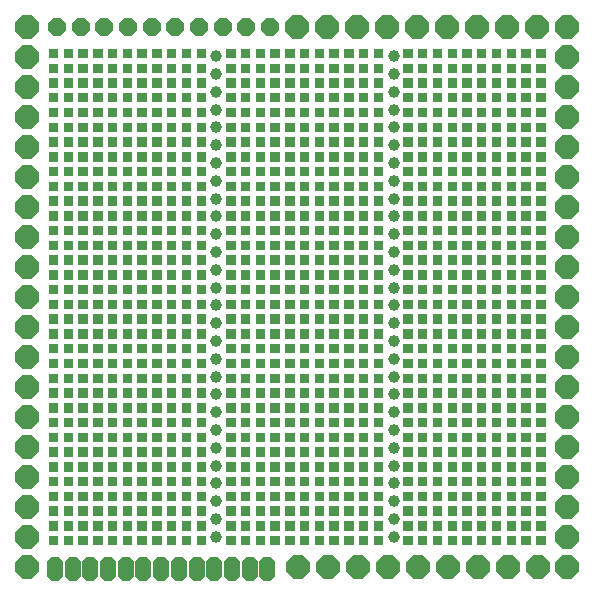
<source format=gtl>
G04 Layer_Physical_Order=1*
G04 Layer_Color=255*
%FSLAX44Y44*%
%MOMM*%
G71*
G01*
G75*
%ADD10P,1.6236X8X22.5*%
%ADD11P,2.1648X8X22.5*%
G04:AMPARAMS|DCode=12|XSize=1.3mm|YSize=2mm|CornerRadius=0mm|HoleSize=0mm|Usage=FLASHONLY|Rotation=0.000|XOffset=0mm|YOffset=0mm|HoleType=Round|Shape=Octagon|*
%AMOCTAGOND12*
4,1,8,-0.3250,1.0000,0.3250,1.0000,0.6500,0.6750,0.6500,-0.6750,0.3250,-1.0000,-0.3250,-1.0000,-0.6500,-0.6750,-0.6500,0.6750,-0.3250,1.0000,0.0*
%
%ADD12OCTAGOND12*%

%ADD13P,2.1648X8X112.5*%
%ADD14C,1.0000*%
G36*
X323000Y177500D02*
X315000D01*
Y185500D01*
X323000D01*
Y177500D01*
D02*
G37*
G36*
X310500D02*
X302500D01*
Y185500D01*
X310500D01*
Y177500D01*
D02*
G37*
G36*
X360500D02*
X352500D01*
Y185500D01*
X360500D01*
Y177500D01*
D02*
G37*
G36*
X348000D02*
X340000D01*
Y185500D01*
X348000D01*
Y177500D01*
D02*
G37*
G36*
X273000D02*
X265000D01*
Y185500D01*
X273000D01*
Y177500D01*
D02*
G37*
G36*
X260500D02*
X252500D01*
Y185500D01*
X260500D01*
Y177500D01*
D02*
G37*
G36*
X298000D02*
X290000D01*
Y185500D01*
X298000D01*
Y177500D01*
D02*
G37*
G36*
X285500D02*
X277500D01*
Y185500D01*
X285500D01*
Y177500D01*
D02*
G37*
G36*
X373000D02*
X365000D01*
Y185500D01*
X373000D01*
Y177500D01*
D02*
G37*
G36*
X448000D02*
X440000D01*
Y185500D01*
X448000D01*
Y177500D01*
D02*
G37*
G36*
X435500D02*
X427500D01*
Y185500D01*
X435500D01*
Y177500D01*
D02*
G37*
G36*
X48000Y177500D02*
X40000D01*
Y185500D01*
X48000D01*
Y177500D01*
D02*
G37*
G36*
X460500Y177500D02*
X452500D01*
Y185500D01*
X460500D01*
Y177500D01*
D02*
G37*
G36*
X398000D02*
X390000D01*
Y185500D01*
X398000D01*
Y177500D01*
D02*
G37*
G36*
X385500D02*
X377500D01*
Y185500D01*
X385500D01*
Y177500D01*
D02*
G37*
G36*
X423000D02*
X415000D01*
Y185500D01*
X423000D01*
Y177500D01*
D02*
G37*
G36*
X410500D02*
X402500D01*
Y185500D01*
X410500D01*
Y177500D01*
D02*
G37*
G36*
X98000Y165000D02*
X90000D01*
Y173000D01*
X98000D01*
Y165000D01*
D02*
G37*
G36*
X85500D02*
X77500D01*
Y173000D01*
X85500D01*
Y165000D01*
D02*
G37*
G36*
X123000D02*
X115000D01*
Y173000D01*
X123000D01*
Y165000D01*
D02*
G37*
G36*
X110500D02*
X102500D01*
Y173000D01*
X110500D01*
Y165000D01*
D02*
G37*
G36*
X48000D02*
X40000D01*
Y173000D01*
X48000D01*
Y165000D01*
D02*
G37*
G36*
X460500Y165000D02*
X452500D01*
Y173000D01*
X460500D01*
Y165000D01*
D02*
G37*
G36*
X73000Y165000D02*
X65000D01*
Y173000D01*
X73000D01*
Y165000D01*
D02*
G37*
G36*
X60500D02*
X52500D01*
Y173000D01*
X60500D01*
Y165000D01*
D02*
G37*
G36*
X135500D02*
X127500D01*
Y173000D01*
X135500D01*
Y165000D01*
D02*
G37*
G36*
X223000Y177500D02*
X215000D01*
Y185500D01*
X223000D01*
Y177500D01*
D02*
G37*
G36*
X210500D02*
X202500D01*
Y185500D01*
X210500D01*
Y177500D01*
D02*
G37*
G36*
X248000D02*
X240000D01*
Y185500D01*
X248000D01*
Y177500D01*
D02*
G37*
G36*
X235500D02*
X227500D01*
Y185500D01*
X235500D01*
Y177500D01*
D02*
G37*
G36*
X160500Y165000D02*
X152500D01*
Y173000D01*
X160500D01*
Y165000D01*
D02*
G37*
G36*
X148000D02*
X140000D01*
Y173000D01*
X148000D01*
Y165000D01*
D02*
G37*
G36*
X198000Y177500D02*
X190000D01*
Y185500D01*
X198000D01*
Y177500D01*
D02*
G37*
G36*
X173000Y165000D02*
X165000D01*
Y173000D01*
X173000D01*
Y165000D01*
D02*
G37*
G36*
X360500Y190000D02*
X352500D01*
Y198000D01*
X360500D01*
Y190000D01*
D02*
G37*
G36*
X348000D02*
X340000D01*
Y198000D01*
X348000D01*
Y190000D01*
D02*
G37*
G36*
X385500D02*
X377500D01*
Y198000D01*
X385500D01*
Y190000D01*
D02*
G37*
G36*
X373000D02*
X365000D01*
Y198000D01*
X373000D01*
Y190000D01*
D02*
G37*
G36*
X298000D02*
X290000D01*
Y198000D01*
X298000D01*
Y190000D01*
D02*
G37*
G36*
X285500D02*
X277500D01*
Y198000D01*
X285500D01*
Y190000D01*
D02*
G37*
G36*
X323000D02*
X315000D01*
Y198000D01*
X323000D01*
Y190000D01*
D02*
G37*
G36*
X310500D02*
X302500D01*
Y198000D01*
X310500D01*
Y190000D01*
D02*
G37*
G36*
X398000D02*
X390000D01*
Y198000D01*
X398000D01*
Y190000D01*
D02*
G37*
G36*
X48000Y190000D02*
X40000D01*
Y198000D01*
X48000D01*
Y190000D01*
D02*
G37*
G36*
X460500Y190000D02*
X452500D01*
Y198000D01*
X460500D01*
Y190000D01*
D02*
G37*
G36*
X73000Y190000D02*
X65000D01*
Y198000D01*
X73000D01*
Y190000D01*
D02*
G37*
G36*
X60500D02*
X52500D01*
Y198000D01*
X60500D01*
Y190000D01*
D02*
G37*
G36*
X423000Y190000D02*
X415000D01*
Y198000D01*
X423000D01*
Y190000D01*
D02*
G37*
G36*
X410500D02*
X402500D01*
Y198000D01*
X410500D01*
Y190000D01*
D02*
G37*
G36*
X448000D02*
X440000D01*
Y198000D01*
X448000D01*
Y190000D01*
D02*
G37*
G36*
X435500D02*
X427500D01*
Y198000D01*
X435500D01*
Y190000D01*
D02*
G37*
G36*
X123000Y177500D02*
X115000D01*
Y185500D01*
X123000D01*
Y177500D01*
D02*
G37*
G36*
X110500D02*
X102500D01*
Y185500D01*
X110500D01*
Y177500D01*
D02*
G37*
G36*
X148000D02*
X140000D01*
Y185500D01*
X148000D01*
Y177500D01*
D02*
G37*
G36*
X135500D02*
X127500D01*
Y185500D01*
X135500D01*
Y177500D01*
D02*
G37*
G36*
X73000D02*
X65000D01*
Y185500D01*
X73000D01*
Y177500D01*
D02*
G37*
G36*
X60500D02*
X52500D01*
Y185500D01*
X60500D01*
Y177500D01*
D02*
G37*
G36*
X98000D02*
X90000D01*
Y185500D01*
X98000D01*
Y177500D01*
D02*
G37*
G36*
X85500D02*
X77500D01*
Y185500D01*
X85500D01*
Y177500D01*
D02*
G37*
G36*
X160500D02*
X152500D01*
Y185500D01*
X160500D01*
Y177500D01*
D02*
G37*
G36*
X248000Y190000D02*
X240000D01*
Y198000D01*
X248000D01*
Y190000D01*
D02*
G37*
G36*
X235500D02*
X227500D01*
Y198000D01*
X235500D01*
Y190000D01*
D02*
G37*
G36*
X273000D02*
X265000D01*
Y198000D01*
X273000D01*
Y190000D01*
D02*
G37*
G36*
X260500D02*
X252500D01*
Y198000D01*
X260500D01*
Y190000D01*
D02*
G37*
G36*
X198000D02*
X190000D01*
Y198000D01*
X198000D01*
Y190000D01*
D02*
G37*
G36*
X173000Y177500D02*
X165000D01*
Y185500D01*
X173000D01*
Y177500D01*
D02*
G37*
G36*
X223000Y190000D02*
X215000D01*
Y198000D01*
X223000D01*
Y190000D01*
D02*
G37*
G36*
X210500D02*
X202500D01*
Y198000D01*
X210500D01*
Y190000D01*
D02*
G37*
G36*
X273000Y152500D02*
X265000D01*
Y160500D01*
X273000D01*
Y152500D01*
D02*
G37*
G36*
X260500D02*
X252500D01*
Y160500D01*
X260500D01*
Y152500D01*
D02*
G37*
G36*
X298000D02*
X290000D01*
Y160500D01*
X298000D01*
Y152500D01*
D02*
G37*
G36*
X285500D02*
X277500D01*
Y160500D01*
X285500D01*
Y152500D01*
D02*
G37*
G36*
X223000D02*
X215000D01*
Y160500D01*
X223000D01*
Y152500D01*
D02*
G37*
G36*
X210500D02*
X202500D01*
Y160500D01*
X210500D01*
Y152500D01*
D02*
G37*
G36*
X248000D02*
X240000D01*
Y160500D01*
X248000D01*
Y152500D01*
D02*
G37*
G36*
X235500D02*
X227500D01*
Y160500D01*
X235500D01*
Y152500D01*
D02*
G37*
G36*
X310500D02*
X302500D01*
Y160500D01*
X310500D01*
Y152500D01*
D02*
G37*
G36*
X398000D02*
X390000D01*
Y160500D01*
X398000D01*
Y152500D01*
D02*
G37*
G36*
X385500D02*
X377500D01*
Y160500D01*
X385500D01*
Y152500D01*
D02*
G37*
G36*
X423000D02*
X415000D01*
Y160500D01*
X423000D01*
Y152500D01*
D02*
G37*
G36*
X410500D02*
X402500D01*
Y160500D01*
X410500D01*
Y152500D01*
D02*
G37*
G36*
X348000D02*
X340000D01*
Y160500D01*
X348000D01*
Y152500D01*
D02*
G37*
G36*
X323000D02*
X315000D01*
Y160500D01*
X323000D01*
Y152500D01*
D02*
G37*
G36*
X373000D02*
X365000D01*
Y160500D01*
X373000D01*
Y152500D01*
D02*
G37*
G36*
X360500D02*
X352500D01*
Y160500D01*
X360500D01*
Y152500D01*
D02*
G37*
G36*
X48000Y140000D02*
X40000D01*
Y148000D01*
X48000D01*
Y140000D01*
D02*
G37*
G36*
X460500Y140000D02*
X452500D01*
Y148000D01*
X460500D01*
Y140000D01*
D02*
G37*
G36*
X73000Y140000D02*
X65000D01*
Y148000D01*
X73000D01*
Y140000D01*
D02*
G37*
G36*
X60500D02*
X52500D01*
Y148000D01*
X60500D01*
Y140000D01*
D02*
G37*
G36*
X423000Y140000D02*
X415000D01*
Y148000D01*
X423000D01*
Y140000D01*
D02*
G37*
G36*
X410500D02*
X402500D01*
Y148000D01*
X410500D01*
Y140000D01*
D02*
G37*
G36*
X448000D02*
X440000D01*
Y148000D01*
X448000D01*
Y140000D01*
D02*
G37*
G36*
X435500D02*
X427500D01*
Y148000D01*
X435500D01*
Y140000D01*
D02*
G37*
G36*
X85500Y140000D02*
X77500D01*
Y148000D01*
X85500D01*
Y140000D01*
D02*
G37*
G36*
X160500D02*
X152500D01*
Y148000D01*
X160500D01*
Y140000D01*
D02*
G37*
G36*
X148000D02*
X140000D01*
Y148000D01*
X148000D01*
Y140000D01*
D02*
G37*
G36*
X198000Y152500D02*
X190000D01*
Y160500D01*
X198000D01*
Y152500D01*
D02*
G37*
G36*
X173000Y140000D02*
X165000D01*
Y148000D01*
X173000D01*
Y140000D01*
D02*
G37*
G36*
X110500D02*
X102500D01*
Y148000D01*
X110500D01*
Y140000D01*
D02*
G37*
G36*
X98000D02*
X90000D01*
Y148000D01*
X98000D01*
Y140000D01*
D02*
G37*
G36*
X135500D02*
X127500D01*
Y148000D01*
X135500D01*
Y140000D01*
D02*
G37*
G36*
X123000D02*
X115000D01*
Y148000D01*
X123000D01*
Y140000D01*
D02*
G37*
G36*
X298000Y165000D02*
X290000D01*
Y173000D01*
X298000D01*
Y165000D01*
D02*
G37*
G36*
X285500D02*
X277500D01*
Y173000D01*
X285500D01*
Y165000D01*
D02*
G37*
G36*
X323000D02*
X315000D01*
Y173000D01*
X323000D01*
Y165000D01*
D02*
G37*
G36*
X310500D02*
X302500D01*
Y173000D01*
X310500D01*
Y165000D01*
D02*
G37*
G36*
X248000D02*
X240000D01*
Y173000D01*
X248000D01*
Y165000D01*
D02*
G37*
G36*
X235500D02*
X227500D01*
Y173000D01*
X235500D01*
Y165000D01*
D02*
G37*
G36*
X273000D02*
X265000D01*
Y173000D01*
X273000D01*
Y165000D01*
D02*
G37*
G36*
X260500D02*
X252500D01*
Y173000D01*
X260500D01*
Y165000D01*
D02*
G37*
G36*
X348000D02*
X340000D01*
Y173000D01*
X348000D01*
Y165000D01*
D02*
G37*
G36*
X423000D02*
X415000D01*
Y173000D01*
X423000D01*
Y165000D01*
D02*
G37*
G36*
X410500D02*
X402500D01*
Y173000D01*
X410500D01*
Y165000D01*
D02*
G37*
G36*
X448000D02*
X440000D01*
Y173000D01*
X448000D01*
Y165000D01*
D02*
G37*
G36*
X435500D02*
X427500D01*
Y173000D01*
X435500D01*
Y165000D01*
D02*
G37*
G36*
X373000D02*
X365000D01*
Y173000D01*
X373000D01*
Y165000D01*
D02*
G37*
G36*
X360500D02*
X352500D01*
Y173000D01*
X360500D01*
Y165000D01*
D02*
G37*
G36*
X398000D02*
X390000D01*
Y173000D01*
X398000D01*
Y165000D01*
D02*
G37*
G36*
X385500D02*
X377500D01*
Y173000D01*
X385500D01*
Y165000D01*
D02*
G37*
G36*
X73000Y152500D02*
X65000D01*
Y160500D01*
X73000D01*
Y152500D01*
D02*
G37*
G36*
X60500D02*
X52500D01*
Y160500D01*
X60500D01*
Y152500D01*
D02*
G37*
G36*
X98000D02*
X90000D01*
Y160500D01*
X98000D01*
Y152500D01*
D02*
G37*
G36*
X85500D02*
X77500D01*
Y160500D01*
X85500D01*
Y152500D01*
D02*
G37*
G36*
X448000Y152500D02*
X440000D01*
Y160500D01*
X448000D01*
Y152500D01*
D02*
G37*
G36*
X435500D02*
X427500D01*
Y160500D01*
X435500D01*
Y152500D01*
D02*
G37*
G36*
X48000Y152500D02*
X40000D01*
Y160500D01*
X48000D01*
Y152500D01*
D02*
G37*
G36*
X460500Y152500D02*
X452500D01*
Y160500D01*
X460500D01*
Y152500D01*
D02*
G37*
G36*
X110500Y152500D02*
X102500D01*
Y160500D01*
X110500D01*
Y152500D01*
D02*
G37*
G36*
X198000Y165000D02*
X190000D01*
Y173000D01*
X198000D01*
Y165000D01*
D02*
G37*
G36*
X173000Y152500D02*
X165000D01*
Y160500D01*
X173000D01*
Y152500D01*
D02*
G37*
G36*
X223000Y165000D02*
X215000D01*
Y173000D01*
X223000D01*
Y165000D01*
D02*
G37*
G36*
X210500D02*
X202500D01*
Y173000D01*
X210500D01*
Y165000D01*
D02*
G37*
G36*
X135500Y152500D02*
X127500D01*
Y160500D01*
X135500D01*
Y152500D01*
D02*
G37*
G36*
X123000D02*
X115000D01*
Y160500D01*
X123000D01*
Y152500D01*
D02*
G37*
G36*
X160500D02*
X152500D01*
Y160500D01*
X160500D01*
Y152500D01*
D02*
G37*
G36*
X148000D02*
X140000D01*
Y160500D01*
X148000D01*
Y152500D01*
D02*
G37*
G36*
X435500Y227500D02*
X427500D01*
Y235500D01*
X435500D01*
Y227500D01*
D02*
G37*
G36*
X423000D02*
X415000D01*
Y235500D01*
X423000D01*
Y227500D01*
D02*
G37*
G36*
X460500D02*
X452500D01*
Y235500D01*
X460500D01*
Y227500D01*
D02*
G37*
G36*
X448000D02*
X440000D01*
Y235500D01*
X448000D01*
Y227500D01*
D02*
G37*
G36*
X385500D02*
X377500D01*
Y235500D01*
X385500D01*
Y227500D01*
D02*
G37*
G36*
X373000D02*
X365000D01*
Y235500D01*
X373000D01*
Y227500D01*
D02*
G37*
G36*
X410500D02*
X402500D01*
Y235500D01*
X410500D01*
Y227500D01*
D02*
G37*
G36*
X398000D02*
X390000D01*
Y235500D01*
X398000D01*
Y227500D01*
D02*
G37*
G36*
X48000Y227500D02*
X40000D01*
Y235500D01*
X48000D01*
Y227500D01*
D02*
G37*
G36*
X123000D02*
X115000D01*
Y235500D01*
X123000D01*
Y227500D01*
D02*
G37*
G36*
X110500D02*
X102500D01*
Y235500D01*
X110500D01*
Y227500D01*
D02*
G37*
G36*
X148000D02*
X140000D01*
Y235500D01*
X148000D01*
Y227500D01*
D02*
G37*
G36*
X135500D02*
X127500D01*
Y235500D01*
X135500D01*
Y227500D01*
D02*
G37*
G36*
X73000D02*
X65000D01*
Y235500D01*
X73000D01*
Y227500D01*
D02*
G37*
G36*
X60500D02*
X52500D01*
Y235500D01*
X60500D01*
Y227500D01*
D02*
G37*
G36*
X98000D02*
X90000D01*
Y235500D01*
X98000D01*
Y227500D01*
D02*
G37*
G36*
X85500D02*
X77500D01*
Y235500D01*
X85500D01*
Y227500D01*
D02*
G37*
G36*
X210500Y227500D02*
X202500D01*
Y235500D01*
X210500D01*
Y227500D01*
D02*
G37*
G36*
X198000D02*
X190000D01*
Y235500D01*
X198000D01*
Y227500D01*
D02*
G37*
G36*
X235500D02*
X227500D01*
Y235500D01*
X235500D01*
Y227500D01*
D02*
G37*
G36*
X223000D02*
X215000D01*
Y235500D01*
X223000D01*
Y227500D01*
D02*
G37*
G36*
X148000Y215000D02*
X140000D01*
Y223000D01*
X148000D01*
Y215000D01*
D02*
G37*
G36*
X135500D02*
X127500D01*
Y223000D01*
X135500D01*
Y215000D01*
D02*
G37*
G36*
X173000D02*
X165000D01*
Y223000D01*
X173000D01*
Y215000D01*
D02*
G37*
G36*
X160500D02*
X152500D01*
Y223000D01*
X160500D01*
Y215000D01*
D02*
G37*
G36*
X248000Y227500D02*
X240000D01*
Y235500D01*
X248000D01*
Y227500D01*
D02*
G37*
G36*
X323000D02*
X315000D01*
Y235500D01*
X323000D01*
Y227500D01*
D02*
G37*
G36*
X310500D02*
X302500D01*
Y235500D01*
X310500D01*
Y227500D01*
D02*
G37*
G36*
X360500D02*
X352500D01*
Y235500D01*
X360500D01*
Y227500D01*
D02*
G37*
G36*
X348000D02*
X340000D01*
Y235500D01*
X348000D01*
Y227500D01*
D02*
G37*
G36*
X273000D02*
X265000D01*
Y235500D01*
X273000D01*
Y227500D01*
D02*
G37*
G36*
X260500D02*
X252500D01*
Y235500D01*
X260500D01*
Y227500D01*
D02*
G37*
G36*
X298000D02*
X290000D01*
Y235500D01*
X298000D01*
Y227500D01*
D02*
G37*
G36*
X285500D02*
X277500D01*
Y235500D01*
X285500D01*
Y227500D01*
D02*
G37*
G36*
X460500Y240000D02*
X452500D01*
Y248000D01*
X460500D01*
Y240000D01*
D02*
G37*
G36*
X448000D02*
X440000D01*
Y248000D01*
X448000D01*
Y240000D01*
D02*
G37*
G36*
X60500Y240000D02*
X52500D01*
Y248000D01*
X60500D01*
Y240000D01*
D02*
G37*
G36*
X48000D02*
X40000D01*
Y248000D01*
X48000D01*
Y240000D01*
D02*
G37*
G36*
X410500Y240000D02*
X402500D01*
Y248000D01*
X410500D01*
Y240000D01*
D02*
G37*
G36*
X398000D02*
X390000D01*
Y248000D01*
X398000D01*
Y240000D01*
D02*
G37*
G36*
X435500D02*
X427500D01*
Y248000D01*
X435500D01*
Y240000D01*
D02*
G37*
G36*
X423000D02*
X415000D01*
Y248000D01*
X423000D01*
Y240000D01*
D02*
G37*
G36*
X73000Y240000D02*
X65000D01*
Y248000D01*
X73000D01*
Y240000D01*
D02*
G37*
G36*
X148000D02*
X140000D01*
Y248000D01*
X148000D01*
Y240000D01*
D02*
G37*
G36*
X135500D02*
X127500D01*
Y248000D01*
X135500D01*
Y240000D01*
D02*
G37*
G36*
X173000D02*
X165000D01*
Y248000D01*
X173000D01*
Y240000D01*
D02*
G37*
G36*
X160500D02*
X152500D01*
Y248000D01*
X160500D01*
Y240000D01*
D02*
G37*
G36*
X98000D02*
X90000D01*
Y248000D01*
X98000D01*
Y240000D01*
D02*
G37*
G36*
X85500D02*
X77500D01*
Y248000D01*
X85500D01*
Y240000D01*
D02*
G37*
G36*
X123000D02*
X115000D01*
Y248000D01*
X123000D01*
Y240000D01*
D02*
G37*
G36*
X110500D02*
X102500D01*
Y248000D01*
X110500D01*
Y240000D01*
D02*
G37*
G36*
X235500Y240000D02*
X227500D01*
Y248000D01*
X235500D01*
Y240000D01*
D02*
G37*
G36*
X223000D02*
X215000D01*
Y248000D01*
X223000D01*
Y240000D01*
D02*
G37*
G36*
X260500D02*
X252500D01*
Y248000D01*
X260500D01*
Y240000D01*
D02*
G37*
G36*
X248000D02*
X240000D01*
Y248000D01*
X248000D01*
Y240000D01*
D02*
G37*
G36*
X173000Y227500D02*
X165000D01*
Y235500D01*
X173000D01*
Y227500D01*
D02*
G37*
G36*
X160500D02*
X152500D01*
Y235500D01*
X160500D01*
Y227500D01*
D02*
G37*
G36*
X210500Y240000D02*
X202500D01*
Y248000D01*
X210500D01*
Y240000D01*
D02*
G37*
G36*
X198000D02*
X190000D01*
Y248000D01*
X198000D01*
Y240000D01*
D02*
G37*
G36*
X273000D02*
X265000D01*
Y248000D01*
X273000D01*
Y240000D01*
D02*
G37*
G36*
X360500D02*
X352500D01*
Y248000D01*
X360500D01*
Y240000D01*
D02*
G37*
G36*
X348000D02*
X340000D01*
Y248000D01*
X348000D01*
Y240000D01*
D02*
G37*
G36*
X385500D02*
X377500D01*
Y248000D01*
X385500D01*
Y240000D01*
D02*
G37*
G36*
X373000D02*
X365000D01*
Y248000D01*
X373000D01*
Y240000D01*
D02*
G37*
G36*
X298000D02*
X290000D01*
Y248000D01*
X298000D01*
Y240000D01*
D02*
G37*
G36*
X285500D02*
X277500D01*
Y248000D01*
X285500D01*
Y240000D01*
D02*
G37*
G36*
X323000D02*
X315000D01*
Y248000D01*
X323000D01*
Y240000D01*
D02*
G37*
G36*
X310500D02*
X302500D01*
Y248000D01*
X310500D01*
Y240000D01*
D02*
G37*
G36*
X385500Y202500D02*
X377500D01*
Y210500D01*
X385500D01*
Y202500D01*
D02*
G37*
G36*
X373000D02*
X365000D01*
Y210500D01*
X373000D01*
Y202500D01*
D02*
G37*
G36*
X410500D02*
X402500D01*
Y210500D01*
X410500D01*
Y202500D01*
D02*
G37*
G36*
X398000D02*
X390000D01*
Y210500D01*
X398000D01*
Y202500D01*
D02*
G37*
G36*
X323000D02*
X315000D01*
Y210500D01*
X323000D01*
Y202500D01*
D02*
G37*
G36*
X310500D02*
X302500D01*
Y210500D01*
X310500D01*
Y202500D01*
D02*
G37*
G36*
X360500D02*
X352500D01*
Y210500D01*
X360500D01*
Y202500D01*
D02*
G37*
G36*
X348000D02*
X340000D01*
Y210500D01*
X348000D01*
Y202500D01*
D02*
G37*
G36*
X423000D02*
X415000D01*
Y210500D01*
X423000D01*
Y202500D01*
D02*
G37*
G36*
X73000Y202500D02*
X65000D01*
Y210500D01*
X73000D01*
Y202500D01*
D02*
G37*
G36*
X60500D02*
X52500D01*
Y210500D01*
X60500D01*
Y202500D01*
D02*
G37*
G36*
X98000D02*
X90000D01*
Y210500D01*
X98000D01*
Y202500D01*
D02*
G37*
G36*
X85500D02*
X77500D01*
Y210500D01*
X85500D01*
Y202500D01*
D02*
G37*
G36*
X448000Y202500D02*
X440000D01*
Y210500D01*
X448000D01*
Y202500D01*
D02*
G37*
G36*
X435500D02*
X427500D01*
Y210500D01*
X435500D01*
Y202500D01*
D02*
G37*
G36*
X48000Y202500D02*
X40000D01*
Y210500D01*
X48000D01*
Y202500D01*
D02*
G37*
G36*
X460500Y202500D02*
X452500D01*
Y210500D01*
X460500D01*
Y202500D01*
D02*
G37*
G36*
X148000Y190000D02*
X140000D01*
Y198000D01*
X148000D01*
Y190000D01*
D02*
G37*
G36*
X135500D02*
X127500D01*
Y198000D01*
X135500D01*
Y190000D01*
D02*
G37*
G36*
X173000D02*
X165000D01*
Y198000D01*
X173000D01*
Y190000D01*
D02*
G37*
G36*
X160500D02*
X152500D01*
Y198000D01*
X160500D01*
Y190000D01*
D02*
G37*
G36*
X98000D02*
X90000D01*
Y198000D01*
X98000D01*
Y190000D01*
D02*
G37*
G36*
X85500D02*
X77500D01*
Y198000D01*
X85500D01*
Y190000D01*
D02*
G37*
G36*
X123000D02*
X115000D01*
Y198000D01*
X123000D01*
Y190000D01*
D02*
G37*
G36*
X110500D02*
X102500D01*
Y198000D01*
X110500D01*
Y190000D01*
D02*
G37*
G36*
X198000Y202500D02*
X190000D01*
Y210500D01*
X198000D01*
Y202500D01*
D02*
G37*
G36*
X273000D02*
X265000D01*
Y210500D01*
X273000D01*
Y202500D01*
D02*
G37*
G36*
X260500D02*
X252500D01*
Y210500D01*
X260500D01*
Y202500D01*
D02*
G37*
G36*
X298000D02*
X290000D01*
Y210500D01*
X298000D01*
Y202500D01*
D02*
G37*
G36*
X285500D02*
X277500D01*
Y210500D01*
X285500D01*
Y202500D01*
D02*
G37*
G36*
X223000D02*
X215000D01*
Y210500D01*
X223000D01*
Y202500D01*
D02*
G37*
G36*
X210500D02*
X202500D01*
Y210500D01*
X210500D01*
Y202500D01*
D02*
G37*
G36*
X248000D02*
X240000D01*
Y210500D01*
X248000D01*
Y202500D01*
D02*
G37*
G36*
X235500D02*
X227500D01*
Y210500D01*
X235500D01*
Y202500D01*
D02*
G37*
G36*
X410500Y215000D02*
X402500D01*
Y223000D01*
X410500D01*
Y215000D01*
D02*
G37*
G36*
X398000D02*
X390000D01*
Y223000D01*
X398000D01*
Y215000D01*
D02*
G37*
G36*
X435500D02*
X427500D01*
Y223000D01*
X435500D01*
Y215000D01*
D02*
G37*
G36*
X423000D02*
X415000D01*
Y223000D01*
X423000D01*
Y215000D01*
D02*
G37*
G36*
X360500D02*
X352500D01*
Y223000D01*
X360500D01*
Y215000D01*
D02*
G37*
G36*
X348000D02*
X340000D01*
Y223000D01*
X348000D01*
Y215000D01*
D02*
G37*
G36*
X385500D02*
X377500D01*
Y223000D01*
X385500D01*
Y215000D01*
D02*
G37*
G36*
X373000D02*
X365000D01*
Y223000D01*
X373000D01*
Y215000D01*
D02*
G37*
G36*
X448000D02*
X440000D01*
Y223000D01*
X448000D01*
Y215000D01*
D02*
G37*
G36*
X98000Y215000D02*
X90000D01*
Y223000D01*
X98000D01*
Y215000D01*
D02*
G37*
G36*
X85500D02*
X77500D01*
Y223000D01*
X85500D01*
Y215000D01*
D02*
G37*
G36*
X123000D02*
X115000D01*
Y223000D01*
X123000D01*
Y215000D01*
D02*
G37*
G36*
X110500D02*
X102500D01*
Y223000D01*
X110500D01*
Y215000D01*
D02*
G37*
G36*
X48000D02*
X40000D01*
Y223000D01*
X48000D01*
Y215000D01*
D02*
G37*
G36*
X460500Y215000D02*
X452500D01*
Y223000D01*
X460500D01*
Y215000D01*
D02*
G37*
G36*
X73000Y215000D02*
X65000D01*
Y223000D01*
X73000D01*
Y215000D01*
D02*
G37*
G36*
X60500D02*
X52500D01*
Y223000D01*
X60500D01*
Y215000D01*
D02*
G37*
G36*
X173000Y202500D02*
X165000D01*
Y210500D01*
X173000D01*
Y202500D01*
D02*
G37*
G36*
X160500D02*
X152500D01*
Y210500D01*
X160500D01*
Y202500D01*
D02*
G37*
G36*
X210500Y215000D02*
X202500D01*
Y223000D01*
X210500D01*
Y215000D01*
D02*
G37*
G36*
X198000D02*
X190000D01*
Y223000D01*
X198000D01*
Y215000D01*
D02*
G37*
G36*
X123000Y202500D02*
X115000D01*
Y210500D01*
X123000D01*
Y202500D01*
D02*
G37*
G36*
X110500D02*
X102500D01*
Y210500D01*
X110500D01*
Y202500D01*
D02*
G37*
G36*
X148000D02*
X140000D01*
Y210500D01*
X148000D01*
Y202500D01*
D02*
G37*
G36*
X135500D02*
X127500D01*
Y210500D01*
X135500D01*
Y202500D01*
D02*
G37*
G36*
X223000Y215000D02*
X215000D01*
Y223000D01*
X223000D01*
Y215000D01*
D02*
G37*
G36*
X298000D02*
X290000D01*
Y223000D01*
X298000D01*
Y215000D01*
D02*
G37*
G36*
X285500D02*
X277500D01*
Y223000D01*
X285500D01*
Y215000D01*
D02*
G37*
G36*
X323000D02*
X315000D01*
Y223000D01*
X323000D01*
Y215000D01*
D02*
G37*
G36*
X310500D02*
X302500D01*
Y223000D01*
X310500D01*
Y215000D01*
D02*
G37*
G36*
X248000D02*
X240000D01*
Y223000D01*
X248000D01*
Y215000D01*
D02*
G37*
G36*
X235500D02*
X227500D01*
Y223000D01*
X235500D01*
Y215000D01*
D02*
G37*
G36*
X273000D02*
X265000D01*
Y223000D01*
X273000D01*
Y215000D01*
D02*
G37*
G36*
X260500D02*
X252500D01*
Y223000D01*
X260500D01*
Y215000D01*
D02*
G37*
G36*
X110500Y65000D02*
X102500D01*
Y73000D01*
X110500D01*
Y65000D01*
D02*
G37*
G36*
X98000D02*
X90000D01*
Y73000D01*
X98000D01*
Y65000D01*
D02*
G37*
G36*
X135500D02*
X127500D01*
Y73000D01*
X135500D01*
Y65000D01*
D02*
G37*
G36*
X123000D02*
X115000D01*
Y73000D01*
X123000D01*
Y65000D01*
D02*
G37*
G36*
X60500D02*
X52500D01*
Y73000D01*
X60500D01*
Y65000D01*
D02*
G37*
G36*
X48000D02*
X40000D01*
Y73000D01*
X48000D01*
Y65000D01*
D02*
G37*
G36*
X85500D02*
X77500D01*
Y73000D01*
X85500D01*
Y65000D01*
D02*
G37*
G36*
X73000D02*
X65000D01*
Y73000D01*
X73000D01*
Y65000D01*
D02*
G37*
G36*
X148000D02*
X140000D01*
Y73000D01*
X148000D01*
Y65000D01*
D02*
G37*
G36*
X235500Y77500D02*
X227500D01*
Y85500D01*
X235500D01*
Y77500D01*
D02*
G37*
G36*
X223000D02*
X215000D01*
Y85500D01*
X223000D01*
Y77500D01*
D02*
G37*
G36*
X260500D02*
X252500D01*
Y85500D01*
X260500D01*
Y77500D01*
D02*
G37*
G36*
X248000D02*
X240000D01*
Y85500D01*
X248000D01*
Y77500D01*
D02*
G37*
G36*
X173000Y65000D02*
X165000D01*
Y73000D01*
X173000D01*
Y65000D01*
D02*
G37*
G36*
X160500D02*
X152500D01*
Y73000D01*
X160500D01*
Y65000D01*
D02*
G37*
G36*
X210500Y77500D02*
X202500D01*
Y85500D01*
X210500D01*
Y77500D01*
D02*
G37*
G36*
X198000D02*
X190000D01*
Y85500D01*
X198000D01*
Y77500D01*
D02*
G37*
G36*
X310500Y65000D02*
X302500D01*
Y73000D01*
X310500D01*
Y65000D01*
D02*
G37*
G36*
X298000D02*
X290000D01*
Y73000D01*
X298000D01*
Y65000D01*
D02*
G37*
G36*
X348000D02*
X340000D01*
Y73000D01*
X348000D01*
Y65000D01*
D02*
G37*
G36*
X323000D02*
X315000D01*
Y73000D01*
X323000D01*
Y65000D01*
D02*
G37*
G36*
X260500D02*
X252500D01*
Y73000D01*
X260500D01*
Y65000D01*
D02*
G37*
G36*
X248000D02*
X240000D01*
Y73000D01*
X248000D01*
Y65000D01*
D02*
G37*
G36*
X285500D02*
X277500D01*
Y73000D01*
X285500D01*
Y65000D01*
D02*
G37*
G36*
X273000D02*
X265000D01*
Y73000D01*
X273000D01*
Y65000D01*
D02*
G37*
G36*
X360500D02*
X352500D01*
Y73000D01*
X360500D01*
Y65000D01*
D02*
G37*
G36*
X435500D02*
X427500D01*
Y73000D01*
X435500D01*
Y65000D01*
D02*
G37*
G36*
X423000D02*
X415000D01*
Y73000D01*
X423000D01*
Y65000D01*
D02*
G37*
G36*
X460500D02*
X452500D01*
Y73000D01*
X460500D01*
Y65000D01*
D02*
G37*
G36*
X448000D02*
X440000D01*
Y73000D01*
X448000D01*
Y65000D01*
D02*
G37*
G36*
X385500D02*
X377500D01*
Y73000D01*
X385500D01*
Y65000D01*
D02*
G37*
G36*
X373000D02*
X365000D01*
Y73000D01*
X373000D01*
Y65000D01*
D02*
G37*
G36*
X410500D02*
X402500D01*
Y73000D01*
X410500D01*
Y65000D01*
D02*
G37*
G36*
X398000D02*
X390000D01*
Y73000D01*
X398000D01*
Y65000D01*
D02*
G37*
G36*
X135500Y77500D02*
X127500D01*
Y85500D01*
X135500D01*
Y77500D01*
D02*
G37*
G36*
X123000D02*
X115000D01*
Y85500D01*
X123000D01*
Y77500D01*
D02*
G37*
G36*
X160500D02*
X152500D01*
Y85500D01*
X160500D01*
Y77500D01*
D02*
G37*
G36*
X148000D02*
X140000D01*
Y85500D01*
X148000D01*
Y77500D01*
D02*
G37*
G36*
X85500D02*
X77500D01*
Y85500D01*
X85500D01*
Y77500D01*
D02*
G37*
G36*
X73000D02*
X65000D01*
Y85500D01*
X73000D01*
Y77500D01*
D02*
G37*
G36*
X110500D02*
X102500D01*
Y85500D01*
X110500D01*
Y77500D01*
D02*
G37*
G36*
X98000D02*
X90000D01*
Y85500D01*
X98000D01*
Y77500D01*
D02*
G37*
G36*
X173000D02*
X165000D01*
Y85500D01*
X173000D01*
Y77500D01*
D02*
G37*
G36*
X260500Y90000D02*
X252500D01*
Y98000D01*
X260500D01*
Y90000D01*
D02*
G37*
G36*
X248000D02*
X240000D01*
Y98000D01*
X248000D01*
Y90000D01*
D02*
G37*
G36*
X285500D02*
X277500D01*
Y98000D01*
X285500D01*
Y90000D01*
D02*
G37*
G36*
X273000D02*
X265000D01*
Y98000D01*
X273000D01*
Y90000D01*
D02*
G37*
G36*
X210500D02*
X202500D01*
Y98000D01*
X210500D01*
Y90000D01*
D02*
G37*
G36*
X198000D02*
X190000D01*
Y98000D01*
X198000D01*
Y90000D01*
D02*
G37*
G36*
X235500D02*
X227500D01*
Y98000D01*
X235500D01*
Y90000D01*
D02*
G37*
G36*
X223000D02*
X215000D01*
Y98000D01*
X223000D01*
Y90000D01*
D02*
G37*
G36*
X348000Y77500D02*
X340000D01*
Y85500D01*
X348000D01*
Y77500D01*
D02*
G37*
G36*
X323000D02*
X315000D01*
Y85500D01*
X323000D01*
Y77500D01*
D02*
G37*
G36*
X373000D02*
X365000D01*
Y85500D01*
X373000D01*
Y77500D01*
D02*
G37*
G36*
X360500D02*
X352500D01*
Y85500D01*
X360500D01*
Y77500D01*
D02*
G37*
G36*
X285500D02*
X277500D01*
Y85500D01*
X285500D01*
Y77500D01*
D02*
G37*
G36*
X273000D02*
X265000D01*
Y85500D01*
X273000D01*
Y77500D01*
D02*
G37*
G36*
X310500D02*
X302500D01*
Y85500D01*
X310500D01*
Y77500D01*
D02*
G37*
G36*
X298000D02*
X290000D01*
Y85500D01*
X298000D01*
Y77500D01*
D02*
G37*
G36*
X385500D02*
X377500D01*
Y85500D01*
X385500D01*
Y77500D01*
D02*
G37*
G36*
X460500D02*
X452500D01*
Y85500D01*
X460500D01*
Y77500D01*
D02*
G37*
G36*
X448000D02*
X440000D01*
Y85500D01*
X448000D01*
Y77500D01*
D02*
G37*
G36*
X60500Y77500D02*
X52500D01*
Y85500D01*
X60500D01*
Y77500D01*
D02*
G37*
G36*
X48000D02*
X40000D01*
Y85500D01*
X48000D01*
Y77500D01*
D02*
G37*
G36*
X410500Y77500D02*
X402500D01*
Y85500D01*
X410500D01*
Y77500D01*
D02*
G37*
G36*
X398000D02*
X390000D01*
Y85500D01*
X398000D01*
Y77500D01*
D02*
G37*
G36*
X435500D02*
X427500D01*
Y85500D01*
X435500D01*
Y77500D01*
D02*
G37*
G36*
X423000D02*
X415000D01*
Y85500D01*
X423000D01*
Y77500D01*
D02*
G37*
G36*
X60500Y40000D02*
X52500D01*
Y48000D01*
X60500D01*
Y40000D01*
D02*
G37*
G36*
X48000D02*
X40000D01*
Y48000D01*
X48000D01*
Y40000D01*
D02*
G37*
G36*
X85500D02*
X77500D01*
Y48000D01*
X85500D01*
Y40000D01*
D02*
G37*
G36*
X73000D02*
X65000D01*
Y48000D01*
X73000D01*
Y40000D01*
D02*
G37*
G36*
X435500Y40000D02*
X427500D01*
Y48000D01*
X435500D01*
Y40000D01*
D02*
G37*
G36*
X423000D02*
X415000D01*
Y48000D01*
X423000D01*
Y40000D01*
D02*
G37*
G36*
X460500D02*
X452500D01*
Y48000D01*
X460500D01*
Y40000D01*
D02*
G37*
G36*
X448000D02*
X440000D01*
Y48000D01*
X448000D01*
Y40000D01*
D02*
G37*
G36*
X98000Y40000D02*
X90000D01*
Y48000D01*
X98000D01*
Y40000D01*
D02*
G37*
G36*
X173000D02*
X165000D01*
Y48000D01*
X173000D01*
Y40000D01*
D02*
G37*
G36*
X160500D02*
X152500D01*
Y48000D01*
X160500D01*
Y40000D01*
D02*
G37*
G36*
X210500Y52500D02*
X202500D01*
Y60500D01*
X210500D01*
Y52500D01*
D02*
G37*
G36*
X198000D02*
X190000D01*
Y60500D01*
X198000D01*
Y52500D01*
D02*
G37*
G36*
X123000Y40000D02*
X115000D01*
Y48000D01*
X123000D01*
Y40000D01*
D02*
G37*
G36*
X110500D02*
X102500D01*
Y48000D01*
X110500D01*
Y40000D01*
D02*
G37*
G36*
X148000D02*
X140000D01*
Y48000D01*
X148000D01*
Y40000D01*
D02*
G37*
G36*
X135500D02*
X127500D01*
Y48000D01*
X135500D01*
Y40000D01*
D02*
G37*
G36*
X260500Y40000D02*
X252500D01*
Y48000D01*
X260500D01*
Y40000D01*
D02*
G37*
G36*
X248000D02*
X240000D01*
Y48000D01*
X248000D01*
Y40000D01*
D02*
G37*
G36*
X285500D02*
X277500D01*
Y48000D01*
X285500D01*
Y40000D01*
D02*
G37*
G36*
X273000D02*
X265000D01*
Y48000D01*
X273000D01*
Y40000D01*
D02*
G37*
G36*
X210500D02*
X202500D01*
Y48000D01*
X210500D01*
Y40000D01*
D02*
G37*
G36*
X198000D02*
X190000D01*
Y48000D01*
X198000D01*
Y40000D01*
D02*
G37*
G36*
X235500D02*
X227500D01*
Y48000D01*
X235500D01*
Y40000D01*
D02*
G37*
G36*
X223000D02*
X215000D01*
Y48000D01*
X223000D01*
Y40000D01*
D02*
G37*
G36*
X298000D02*
X290000D01*
Y48000D01*
X298000D01*
Y40000D01*
D02*
G37*
G36*
X385500D02*
X377500D01*
Y48000D01*
X385500D01*
Y40000D01*
D02*
G37*
G36*
X373000D02*
X365000D01*
Y48000D01*
X373000D01*
Y40000D01*
D02*
G37*
G36*
X410500D02*
X402500D01*
Y48000D01*
X410500D01*
Y40000D01*
D02*
G37*
G36*
X398000D02*
X390000D01*
Y48000D01*
X398000D01*
Y40000D01*
D02*
G37*
G36*
X323000D02*
X315000D01*
Y48000D01*
X323000D01*
Y40000D01*
D02*
G37*
G36*
X310500D02*
X302500D01*
Y48000D01*
X310500D01*
Y40000D01*
D02*
G37*
G36*
X360500D02*
X352500D01*
Y48000D01*
X360500D01*
Y40000D01*
D02*
G37*
G36*
X348000D02*
X340000D01*
Y48000D01*
X348000D01*
Y40000D01*
D02*
G37*
G36*
X85500Y52500D02*
X77500D01*
Y60500D01*
X85500D01*
Y52500D01*
D02*
G37*
G36*
X73000D02*
X65000D01*
Y60500D01*
X73000D01*
Y52500D01*
D02*
G37*
G36*
X110500D02*
X102500D01*
Y60500D01*
X110500D01*
Y52500D01*
D02*
G37*
G36*
X98000D02*
X90000D01*
Y60500D01*
X98000D01*
Y52500D01*
D02*
G37*
G36*
X460500Y52500D02*
X452500D01*
Y60500D01*
X460500D01*
Y52500D01*
D02*
G37*
G36*
X448000D02*
X440000D01*
Y60500D01*
X448000D01*
Y52500D01*
D02*
G37*
G36*
X60500Y52500D02*
X52500D01*
Y60500D01*
X60500D01*
Y52500D01*
D02*
G37*
G36*
X48000D02*
X40000D01*
Y60500D01*
X48000D01*
Y52500D01*
D02*
G37*
G36*
X123000D02*
X115000D01*
Y60500D01*
X123000D01*
Y52500D01*
D02*
G37*
G36*
X210500Y65000D02*
X202500D01*
Y73000D01*
X210500D01*
Y65000D01*
D02*
G37*
G36*
X198000D02*
X190000D01*
Y73000D01*
X198000D01*
Y65000D01*
D02*
G37*
G36*
X235500D02*
X227500D01*
Y73000D01*
X235500D01*
Y65000D01*
D02*
G37*
G36*
X223000D02*
X215000D01*
Y73000D01*
X223000D01*
Y65000D01*
D02*
G37*
G36*
X148000Y52500D02*
X140000D01*
Y60500D01*
X148000D01*
Y52500D01*
D02*
G37*
G36*
X135500D02*
X127500D01*
Y60500D01*
X135500D01*
Y52500D01*
D02*
G37*
G36*
X173000D02*
X165000D01*
Y60500D01*
X173000D01*
Y52500D01*
D02*
G37*
G36*
X160500D02*
X152500D01*
Y60500D01*
X160500D01*
Y52500D01*
D02*
G37*
G36*
X285500Y52500D02*
X277500D01*
Y60500D01*
X285500D01*
Y52500D01*
D02*
G37*
G36*
X273000D02*
X265000D01*
Y60500D01*
X273000D01*
Y52500D01*
D02*
G37*
G36*
X310500D02*
X302500D01*
Y60500D01*
X310500D01*
Y52500D01*
D02*
G37*
G36*
X298000D02*
X290000D01*
Y60500D01*
X298000D01*
Y52500D01*
D02*
G37*
G36*
X235500D02*
X227500D01*
Y60500D01*
X235500D01*
Y52500D01*
D02*
G37*
G36*
X223000D02*
X215000D01*
Y60500D01*
X223000D01*
Y52500D01*
D02*
G37*
G36*
X260500D02*
X252500D01*
Y60500D01*
X260500D01*
Y52500D01*
D02*
G37*
G36*
X248000D02*
X240000D01*
Y60500D01*
X248000D01*
Y52500D01*
D02*
G37*
G36*
X323000D02*
X315000D01*
Y60500D01*
X323000D01*
Y52500D01*
D02*
G37*
G36*
X410500D02*
X402500D01*
Y60500D01*
X410500D01*
Y52500D01*
D02*
G37*
G36*
X398000D02*
X390000D01*
Y60500D01*
X398000D01*
Y52500D01*
D02*
G37*
G36*
X435500D02*
X427500D01*
Y60500D01*
X435500D01*
Y52500D01*
D02*
G37*
G36*
X423000D02*
X415000D01*
Y60500D01*
X423000D01*
Y52500D01*
D02*
G37*
G36*
X360500D02*
X352500D01*
Y60500D01*
X360500D01*
Y52500D01*
D02*
G37*
G36*
X348000D02*
X340000D01*
Y60500D01*
X348000D01*
Y52500D01*
D02*
G37*
G36*
X385500D02*
X377500D01*
Y60500D01*
X385500D01*
Y52500D01*
D02*
G37*
G36*
X373000D02*
X365000D01*
Y60500D01*
X373000D01*
Y52500D01*
D02*
G37*
G36*
X223000Y127500D02*
X215000D01*
Y135500D01*
X223000D01*
Y127500D01*
D02*
G37*
G36*
X210500D02*
X202500D01*
Y135500D01*
X210500D01*
Y127500D01*
D02*
G37*
G36*
X248000D02*
X240000D01*
Y135500D01*
X248000D01*
Y127500D01*
D02*
G37*
G36*
X235500D02*
X227500D01*
Y135500D01*
X235500D01*
Y127500D01*
D02*
G37*
G36*
X160500Y115000D02*
X152500D01*
Y123000D01*
X160500D01*
Y115000D01*
D02*
G37*
G36*
X148000D02*
X140000D01*
Y123000D01*
X148000D01*
Y115000D01*
D02*
G37*
G36*
X198000Y127500D02*
X190000D01*
Y135500D01*
X198000D01*
Y127500D01*
D02*
G37*
G36*
X173000Y115000D02*
X165000D01*
Y123000D01*
X173000D01*
Y115000D01*
D02*
G37*
G36*
X260500Y127500D02*
X252500D01*
Y135500D01*
X260500D01*
Y127500D01*
D02*
G37*
G36*
X348000D02*
X340000D01*
Y135500D01*
X348000D01*
Y127500D01*
D02*
G37*
G36*
X323000D02*
X315000D01*
Y135500D01*
X323000D01*
Y127500D01*
D02*
G37*
G36*
X373000D02*
X365000D01*
Y135500D01*
X373000D01*
Y127500D01*
D02*
G37*
G36*
X360500D02*
X352500D01*
Y135500D01*
X360500D01*
Y127500D01*
D02*
G37*
G36*
X285500D02*
X277500D01*
Y135500D01*
X285500D01*
Y127500D01*
D02*
G37*
G36*
X273000D02*
X265000D01*
Y135500D01*
X273000D01*
Y127500D01*
D02*
G37*
G36*
X310500D02*
X302500D01*
Y135500D01*
X310500D01*
Y127500D01*
D02*
G37*
G36*
X298000D02*
X290000D01*
Y135500D01*
X298000D01*
Y127500D01*
D02*
G37*
G36*
X423000Y115000D02*
X415000D01*
Y123000D01*
X423000D01*
Y115000D01*
D02*
G37*
G36*
X410500D02*
X402500D01*
Y123000D01*
X410500D01*
Y115000D01*
D02*
G37*
G36*
X448000D02*
X440000D01*
Y123000D01*
X448000D01*
Y115000D01*
D02*
G37*
G36*
X435500D02*
X427500D01*
Y123000D01*
X435500D01*
Y115000D01*
D02*
G37*
G36*
X373000D02*
X365000D01*
Y123000D01*
X373000D01*
Y115000D01*
D02*
G37*
G36*
X360500D02*
X352500D01*
Y123000D01*
X360500D01*
Y115000D01*
D02*
G37*
G36*
X398000D02*
X390000D01*
Y123000D01*
X398000D01*
Y115000D01*
D02*
G37*
G36*
X385500D02*
X377500D01*
Y123000D01*
X385500D01*
Y115000D01*
D02*
G37*
G36*
X460500D02*
X452500D01*
Y123000D01*
X460500D01*
Y115000D01*
D02*
G37*
G36*
X110500Y115000D02*
X102500D01*
Y123000D01*
X110500D01*
Y115000D01*
D02*
G37*
G36*
X98000D02*
X90000D01*
Y123000D01*
X98000D01*
Y115000D01*
D02*
G37*
G36*
X135500D02*
X127500D01*
Y123000D01*
X135500D01*
Y115000D01*
D02*
G37*
G36*
X123000D02*
X115000D01*
Y123000D01*
X123000D01*
Y115000D01*
D02*
G37*
G36*
X60500D02*
X52500D01*
Y123000D01*
X60500D01*
Y115000D01*
D02*
G37*
G36*
X48000D02*
X40000D01*
Y123000D01*
X48000D01*
Y115000D01*
D02*
G37*
G36*
X85500D02*
X77500D01*
Y123000D01*
X85500D01*
Y115000D01*
D02*
G37*
G36*
X73000D02*
X65000D01*
Y123000D01*
X73000D01*
Y115000D01*
D02*
G37*
G36*
X248000Y140000D02*
X240000D01*
Y148000D01*
X248000D01*
Y140000D01*
D02*
G37*
G36*
X235500D02*
X227500D01*
Y148000D01*
X235500D01*
Y140000D01*
D02*
G37*
G36*
X273000D02*
X265000D01*
Y148000D01*
X273000D01*
Y140000D01*
D02*
G37*
G36*
X260500D02*
X252500D01*
Y148000D01*
X260500D01*
Y140000D01*
D02*
G37*
G36*
X198000D02*
X190000D01*
Y148000D01*
X198000D01*
Y140000D01*
D02*
G37*
G36*
X173000Y127500D02*
X165000D01*
Y135500D01*
X173000D01*
Y127500D01*
D02*
G37*
G36*
X223000Y140000D02*
X215000D01*
Y148000D01*
X223000D01*
Y140000D01*
D02*
G37*
G36*
X210500D02*
X202500D01*
Y148000D01*
X210500D01*
Y140000D01*
D02*
G37*
G36*
X285500D02*
X277500D01*
Y148000D01*
X285500D01*
Y140000D01*
D02*
G37*
G36*
X373000D02*
X365000D01*
Y148000D01*
X373000D01*
Y140000D01*
D02*
G37*
G36*
X360500D02*
X352500D01*
Y148000D01*
X360500D01*
Y140000D01*
D02*
G37*
G36*
X398000D02*
X390000D01*
Y148000D01*
X398000D01*
Y140000D01*
D02*
G37*
G36*
X385500D02*
X377500D01*
Y148000D01*
X385500D01*
Y140000D01*
D02*
G37*
G36*
X310500D02*
X302500D01*
Y148000D01*
X310500D01*
Y140000D01*
D02*
G37*
G36*
X298000D02*
X290000D01*
Y148000D01*
X298000D01*
Y140000D01*
D02*
G37*
G36*
X348000D02*
X340000D01*
Y148000D01*
X348000D01*
Y140000D01*
D02*
G37*
G36*
X323000D02*
X315000D01*
Y148000D01*
X323000D01*
Y140000D01*
D02*
G37*
G36*
X448000Y127500D02*
X440000D01*
Y135500D01*
X448000D01*
Y127500D01*
D02*
G37*
G36*
X435500D02*
X427500D01*
Y135500D01*
X435500D01*
Y127500D01*
D02*
G37*
G36*
X48000Y127500D02*
X40000D01*
Y135500D01*
X48000D01*
Y127500D01*
D02*
G37*
G36*
X460500Y127500D02*
X452500D01*
Y135500D01*
X460500D01*
Y127500D01*
D02*
G37*
G36*
X398000D02*
X390000D01*
Y135500D01*
X398000D01*
Y127500D01*
D02*
G37*
G36*
X385500D02*
X377500D01*
Y135500D01*
X385500D01*
Y127500D01*
D02*
G37*
G36*
X423000D02*
X415000D01*
Y135500D01*
X423000D01*
Y127500D01*
D02*
G37*
G36*
X410500D02*
X402500D01*
Y135500D01*
X410500D01*
Y127500D01*
D02*
G37*
G36*
X60500Y127500D02*
X52500D01*
Y135500D01*
X60500D01*
Y127500D01*
D02*
G37*
G36*
X135500D02*
X127500D01*
Y135500D01*
X135500D01*
Y127500D01*
D02*
G37*
G36*
X123000D02*
X115000D01*
Y135500D01*
X123000D01*
Y127500D01*
D02*
G37*
G36*
X160500D02*
X152500D01*
Y135500D01*
X160500D01*
Y127500D01*
D02*
G37*
G36*
X148000D02*
X140000D01*
Y135500D01*
X148000D01*
Y127500D01*
D02*
G37*
G36*
X85500D02*
X77500D01*
Y135500D01*
X85500D01*
Y127500D01*
D02*
G37*
G36*
X73000D02*
X65000D01*
Y135500D01*
X73000D01*
Y127500D01*
D02*
G37*
G36*
X110500D02*
X102500D01*
Y135500D01*
X110500D01*
Y127500D01*
D02*
G37*
G36*
X98000D02*
X90000D01*
Y135500D01*
X98000D01*
Y127500D01*
D02*
G37*
G36*
X160500Y90000D02*
X152500D01*
Y98000D01*
X160500D01*
Y90000D01*
D02*
G37*
G36*
X148000D02*
X140000D01*
Y98000D01*
X148000D01*
Y90000D01*
D02*
G37*
G36*
X198000Y102500D02*
X190000D01*
Y110500D01*
X198000D01*
Y102500D01*
D02*
G37*
G36*
X173000Y90000D02*
X165000D01*
Y98000D01*
X173000D01*
Y90000D01*
D02*
G37*
G36*
X110500D02*
X102500D01*
Y98000D01*
X110500D01*
Y90000D01*
D02*
G37*
G36*
X98000D02*
X90000D01*
Y98000D01*
X98000D01*
Y90000D01*
D02*
G37*
G36*
X135500D02*
X127500D01*
Y98000D01*
X135500D01*
Y90000D01*
D02*
G37*
G36*
X123000D02*
X115000D01*
Y98000D01*
X123000D01*
Y90000D01*
D02*
G37*
G36*
X210500Y102500D02*
X202500D01*
Y110500D01*
X210500D01*
Y102500D01*
D02*
G37*
G36*
X285500D02*
X277500D01*
Y110500D01*
X285500D01*
Y102500D01*
D02*
G37*
G36*
X273000D02*
X265000D01*
Y110500D01*
X273000D01*
Y102500D01*
D02*
G37*
G36*
X310500D02*
X302500D01*
Y110500D01*
X310500D01*
Y102500D01*
D02*
G37*
G36*
X298000D02*
X290000D01*
Y110500D01*
X298000D01*
Y102500D01*
D02*
G37*
G36*
X235500D02*
X227500D01*
Y110500D01*
X235500D01*
Y102500D01*
D02*
G37*
G36*
X223000D02*
X215000D01*
Y110500D01*
X223000D01*
Y102500D01*
D02*
G37*
G36*
X260500D02*
X252500D01*
Y110500D01*
X260500D01*
Y102500D01*
D02*
G37*
G36*
X248000D02*
X240000D01*
Y110500D01*
X248000D01*
Y102500D01*
D02*
G37*
G36*
X373000Y90000D02*
X365000D01*
Y98000D01*
X373000D01*
Y90000D01*
D02*
G37*
G36*
X360500D02*
X352500D01*
Y98000D01*
X360500D01*
Y90000D01*
D02*
G37*
G36*
X398000D02*
X390000D01*
Y98000D01*
X398000D01*
Y90000D01*
D02*
G37*
G36*
X385500D02*
X377500D01*
Y98000D01*
X385500D01*
Y90000D01*
D02*
G37*
G36*
X310500D02*
X302500D01*
Y98000D01*
X310500D01*
Y90000D01*
D02*
G37*
G36*
X298000D02*
X290000D01*
Y98000D01*
X298000D01*
Y90000D01*
D02*
G37*
G36*
X348000D02*
X340000D01*
Y98000D01*
X348000D01*
Y90000D01*
D02*
G37*
G36*
X323000D02*
X315000D01*
Y98000D01*
X323000D01*
Y90000D01*
D02*
G37*
G36*
X410500D02*
X402500D01*
Y98000D01*
X410500D01*
Y90000D01*
D02*
G37*
G36*
X60500Y90000D02*
X52500D01*
Y98000D01*
X60500D01*
Y90000D01*
D02*
G37*
G36*
X48000D02*
X40000D01*
Y98000D01*
X48000D01*
Y90000D01*
D02*
G37*
G36*
X85500D02*
X77500D01*
Y98000D01*
X85500D01*
Y90000D01*
D02*
G37*
G36*
X73000D02*
X65000D01*
Y98000D01*
X73000D01*
Y90000D01*
D02*
G37*
G36*
X435500Y90000D02*
X427500D01*
Y98000D01*
X435500D01*
Y90000D01*
D02*
G37*
G36*
X423000D02*
X415000D01*
Y98000D01*
X423000D01*
Y90000D01*
D02*
G37*
G36*
X460500D02*
X452500D01*
Y98000D01*
X460500D01*
Y90000D01*
D02*
G37*
G36*
X448000D02*
X440000D01*
Y98000D01*
X448000D01*
Y90000D01*
D02*
G37*
G36*
X198000Y115000D02*
X190000D01*
Y123000D01*
X198000D01*
Y115000D01*
D02*
G37*
G36*
X173000Y102500D02*
X165000D01*
Y110500D01*
X173000D01*
Y102500D01*
D02*
G37*
G36*
X223000Y115000D02*
X215000D01*
Y123000D01*
X223000D01*
Y115000D01*
D02*
G37*
G36*
X210500D02*
X202500D01*
Y123000D01*
X210500D01*
Y115000D01*
D02*
G37*
G36*
X135500Y102500D02*
X127500D01*
Y110500D01*
X135500D01*
Y102500D01*
D02*
G37*
G36*
X123000D02*
X115000D01*
Y110500D01*
X123000D01*
Y102500D01*
D02*
G37*
G36*
X160500D02*
X152500D01*
Y110500D01*
X160500D01*
Y102500D01*
D02*
G37*
G36*
X148000D02*
X140000D01*
Y110500D01*
X148000D01*
Y102500D01*
D02*
G37*
G36*
X235500Y115000D02*
X227500D01*
Y123000D01*
X235500D01*
Y115000D01*
D02*
G37*
G36*
X310500D02*
X302500D01*
Y123000D01*
X310500D01*
Y115000D01*
D02*
G37*
G36*
X298000D02*
X290000D01*
Y123000D01*
X298000D01*
Y115000D01*
D02*
G37*
G36*
X348000D02*
X340000D01*
Y123000D01*
X348000D01*
Y115000D01*
D02*
G37*
G36*
X323000D02*
X315000D01*
Y123000D01*
X323000D01*
Y115000D01*
D02*
G37*
G36*
X260500D02*
X252500D01*
Y123000D01*
X260500D01*
Y115000D01*
D02*
G37*
G36*
X248000D02*
X240000D01*
Y123000D01*
X248000D01*
Y115000D01*
D02*
G37*
G36*
X285500D02*
X277500D01*
Y123000D01*
X285500D01*
Y115000D01*
D02*
G37*
G36*
X273000D02*
X265000D01*
Y123000D01*
X273000D01*
Y115000D01*
D02*
G37*
G36*
X398000Y102500D02*
X390000D01*
Y110500D01*
X398000D01*
Y102500D01*
D02*
G37*
G36*
X385500D02*
X377500D01*
Y110500D01*
X385500D01*
Y102500D01*
D02*
G37*
G36*
X423000D02*
X415000D01*
Y110500D01*
X423000D01*
Y102500D01*
D02*
G37*
G36*
X410500D02*
X402500D01*
Y110500D01*
X410500D01*
Y102500D01*
D02*
G37*
G36*
X348000D02*
X340000D01*
Y110500D01*
X348000D01*
Y102500D01*
D02*
G37*
G36*
X323000D02*
X315000D01*
Y110500D01*
X323000D01*
Y102500D01*
D02*
G37*
G36*
X373000D02*
X365000D01*
Y110500D01*
X373000D01*
Y102500D01*
D02*
G37*
G36*
X360500D02*
X352500D01*
Y110500D01*
X360500D01*
Y102500D01*
D02*
G37*
G36*
X435500D02*
X427500D01*
Y110500D01*
X435500D01*
Y102500D01*
D02*
G37*
G36*
X85500Y102500D02*
X77500D01*
Y110500D01*
X85500D01*
Y102500D01*
D02*
G37*
G36*
X73000D02*
X65000D01*
Y110500D01*
X73000D01*
Y102500D01*
D02*
G37*
G36*
X110500D02*
X102500D01*
Y110500D01*
X110500D01*
Y102500D01*
D02*
G37*
G36*
X98000D02*
X90000D01*
Y110500D01*
X98000D01*
Y102500D01*
D02*
G37*
G36*
X460500Y102500D02*
X452500D01*
Y110500D01*
X460500D01*
Y102500D01*
D02*
G37*
G36*
X448000D02*
X440000D01*
Y110500D01*
X448000D01*
Y102500D01*
D02*
G37*
G36*
X60500Y102500D02*
X52500D01*
Y110500D01*
X60500D01*
Y102500D01*
D02*
G37*
G36*
X48000D02*
X40000D01*
Y110500D01*
X48000D01*
Y102500D01*
D02*
G37*
G36*
X323000Y390000D02*
X315000D01*
Y398000D01*
X323000D01*
Y390000D01*
D02*
G37*
G36*
X310500D02*
X302500D01*
Y398000D01*
X310500D01*
Y390000D01*
D02*
G37*
G36*
X360500D02*
X352500D01*
Y398000D01*
X360500D01*
Y390000D01*
D02*
G37*
G36*
X348000D02*
X340000D01*
Y398000D01*
X348000D01*
Y390000D01*
D02*
G37*
G36*
X273000D02*
X265000D01*
Y398000D01*
X273000D01*
Y390000D01*
D02*
G37*
G36*
X260500D02*
X252500D01*
Y398000D01*
X260500D01*
Y390000D01*
D02*
G37*
G36*
X298000D02*
X290000D01*
Y398000D01*
X298000D01*
Y390000D01*
D02*
G37*
G36*
X285500D02*
X277500D01*
Y398000D01*
X285500D01*
Y390000D01*
D02*
G37*
G36*
X373000D02*
X365000D01*
Y398000D01*
X373000D01*
Y390000D01*
D02*
G37*
G36*
X448000D02*
X440000D01*
Y398000D01*
X448000D01*
Y390000D01*
D02*
G37*
G36*
X435500D02*
X427500D01*
Y398000D01*
X435500D01*
Y390000D01*
D02*
G37*
G36*
X48000Y390000D02*
X40000D01*
Y398000D01*
X48000D01*
Y390000D01*
D02*
G37*
G36*
X460500Y390000D02*
X452500D01*
Y398000D01*
X460500D01*
Y390000D01*
D02*
G37*
G36*
X398000D02*
X390000D01*
Y398000D01*
X398000D01*
Y390000D01*
D02*
G37*
G36*
X385500D02*
X377500D01*
Y398000D01*
X385500D01*
Y390000D01*
D02*
G37*
G36*
X423000D02*
X415000D01*
Y398000D01*
X423000D01*
Y390000D01*
D02*
G37*
G36*
X410500D02*
X402500D01*
Y398000D01*
X410500D01*
Y390000D01*
D02*
G37*
G36*
X98000Y377500D02*
X90000D01*
Y385500D01*
X98000D01*
Y377500D01*
D02*
G37*
G36*
X85500D02*
X77500D01*
Y385500D01*
X85500D01*
Y377500D01*
D02*
G37*
G36*
X123000D02*
X115000D01*
Y385500D01*
X123000D01*
Y377500D01*
D02*
G37*
G36*
X110500D02*
X102500D01*
Y385500D01*
X110500D01*
Y377500D01*
D02*
G37*
G36*
X48000D02*
X40000D01*
Y385500D01*
X48000D01*
Y377500D01*
D02*
G37*
G36*
X460500Y377500D02*
X452500D01*
Y385500D01*
X460500D01*
Y377500D01*
D02*
G37*
G36*
X73000Y377500D02*
X65000D01*
Y385500D01*
X73000D01*
Y377500D01*
D02*
G37*
G36*
X60500D02*
X52500D01*
Y385500D01*
X60500D01*
Y377500D01*
D02*
G37*
G36*
X135500D02*
X127500D01*
Y385500D01*
X135500D01*
Y377500D01*
D02*
G37*
G36*
X223000Y390000D02*
X215000D01*
Y398000D01*
X223000D01*
Y390000D01*
D02*
G37*
G36*
X210500D02*
X202500D01*
Y398000D01*
X210500D01*
Y390000D01*
D02*
G37*
G36*
X248000D02*
X240000D01*
Y398000D01*
X248000D01*
Y390000D01*
D02*
G37*
G36*
X235500D02*
X227500D01*
Y398000D01*
X235500D01*
Y390000D01*
D02*
G37*
G36*
X160500Y377500D02*
X152500D01*
Y385500D01*
X160500D01*
Y377500D01*
D02*
G37*
G36*
X148000D02*
X140000D01*
Y385500D01*
X148000D01*
Y377500D01*
D02*
G37*
G36*
X198000Y390000D02*
X190000D01*
Y398000D01*
X198000D01*
Y390000D01*
D02*
G37*
G36*
X173000Y377500D02*
X165000D01*
Y385500D01*
X173000D01*
Y377500D01*
D02*
G37*
G36*
X360500Y402500D02*
X352500D01*
Y410500D01*
X360500D01*
Y402500D01*
D02*
G37*
G36*
X348000D02*
X340000D01*
Y410500D01*
X348000D01*
Y402500D01*
D02*
G37*
G36*
X385500D02*
X377500D01*
Y410500D01*
X385500D01*
Y402500D01*
D02*
G37*
G36*
X373000D02*
X365000D01*
Y410500D01*
X373000D01*
Y402500D01*
D02*
G37*
G36*
X298000D02*
X290000D01*
Y410500D01*
X298000D01*
Y402500D01*
D02*
G37*
G36*
X285500D02*
X277500D01*
Y410500D01*
X285500D01*
Y402500D01*
D02*
G37*
G36*
X323000D02*
X315000D01*
Y410500D01*
X323000D01*
Y402500D01*
D02*
G37*
G36*
X310500D02*
X302500D01*
Y410500D01*
X310500D01*
Y402500D01*
D02*
G37*
G36*
X398000D02*
X390000D01*
Y410500D01*
X398000D01*
Y402500D01*
D02*
G37*
G36*
X48000Y402500D02*
X40000D01*
Y410500D01*
X48000D01*
Y402500D01*
D02*
G37*
G36*
X460500Y402500D02*
X452500D01*
Y410500D01*
X460500D01*
Y402500D01*
D02*
G37*
G36*
X73000Y402500D02*
X65000D01*
Y410500D01*
X73000D01*
Y402500D01*
D02*
G37*
G36*
X60500D02*
X52500D01*
Y410500D01*
X60500D01*
Y402500D01*
D02*
G37*
G36*
X423000Y402500D02*
X415000D01*
Y410500D01*
X423000D01*
Y402500D01*
D02*
G37*
G36*
X410500D02*
X402500D01*
Y410500D01*
X410500D01*
Y402500D01*
D02*
G37*
G36*
X448000D02*
X440000D01*
Y410500D01*
X448000D01*
Y402500D01*
D02*
G37*
G36*
X435500D02*
X427500D01*
Y410500D01*
X435500D01*
Y402500D01*
D02*
G37*
G36*
X123000Y390000D02*
X115000D01*
Y398000D01*
X123000D01*
Y390000D01*
D02*
G37*
G36*
X110500D02*
X102500D01*
Y398000D01*
X110500D01*
Y390000D01*
D02*
G37*
G36*
X148000D02*
X140000D01*
Y398000D01*
X148000D01*
Y390000D01*
D02*
G37*
G36*
X135500D02*
X127500D01*
Y398000D01*
X135500D01*
Y390000D01*
D02*
G37*
G36*
X73000D02*
X65000D01*
Y398000D01*
X73000D01*
Y390000D01*
D02*
G37*
G36*
X60500D02*
X52500D01*
Y398000D01*
X60500D01*
Y390000D01*
D02*
G37*
G36*
X98000D02*
X90000D01*
Y398000D01*
X98000D01*
Y390000D01*
D02*
G37*
G36*
X85500D02*
X77500D01*
Y398000D01*
X85500D01*
Y390000D01*
D02*
G37*
G36*
X160500D02*
X152500D01*
Y398000D01*
X160500D01*
Y390000D01*
D02*
G37*
G36*
X248000Y402500D02*
X240000D01*
Y410500D01*
X248000D01*
Y402500D01*
D02*
G37*
G36*
X235500D02*
X227500D01*
Y410500D01*
X235500D01*
Y402500D01*
D02*
G37*
G36*
X273000D02*
X265000D01*
Y410500D01*
X273000D01*
Y402500D01*
D02*
G37*
G36*
X260500D02*
X252500D01*
Y410500D01*
X260500D01*
Y402500D01*
D02*
G37*
G36*
X198000D02*
X190000D01*
Y410500D01*
X198000D01*
Y402500D01*
D02*
G37*
G36*
X173000Y390000D02*
X165000D01*
Y398000D01*
X173000D01*
Y390000D01*
D02*
G37*
G36*
X223000Y402500D02*
X215000D01*
Y410500D01*
X223000D01*
Y402500D01*
D02*
G37*
G36*
X210500D02*
X202500D01*
Y410500D01*
X210500D01*
Y402500D01*
D02*
G37*
G36*
X273000Y365000D02*
X265000D01*
Y373000D01*
X273000D01*
Y365000D01*
D02*
G37*
G36*
X260500D02*
X252500D01*
Y373000D01*
X260500D01*
Y365000D01*
D02*
G37*
G36*
X298000D02*
X290000D01*
Y373000D01*
X298000D01*
Y365000D01*
D02*
G37*
G36*
X285500D02*
X277500D01*
Y373000D01*
X285500D01*
Y365000D01*
D02*
G37*
G36*
X223000D02*
X215000D01*
Y373000D01*
X223000D01*
Y365000D01*
D02*
G37*
G36*
X210500D02*
X202500D01*
Y373000D01*
X210500D01*
Y365000D01*
D02*
G37*
G36*
X248000D02*
X240000D01*
Y373000D01*
X248000D01*
Y365000D01*
D02*
G37*
G36*
X235500D02*
X227500D01*
Y373000D01*
X235500D01*
Y365000D01*
D02*
G37*
G36*
X310500D02*
X302500D01*
Y373000D01*
X310500D01*
Y365000D01*
D02*
G37*
G36*
X398000D02*
X390000D01*
Y373000D01*
X398000D01*
Y365000D01*
D02*
G37*
G36*
X385500D02*
X377500D01*
Y373000D01*
X385500D01*
Y365000D01*
D02*
G37*
G36*
X423000D02*
X415000D01*
Y373000D01*
X423000D01*
Y365000D01*
D02*
G37*
G36*
X410500D02*
X402500D01*
Y373000D01*
X410500D01*
Y365000D01*
D02*
G37*
G36*
X348000D02*
X340000D01*
Y373000D01*
X348000D01*
Y365000D01*
D02*
G37*
G36*
X323000D02*
X315000D01*
Y373000D01*
X323000D01*
Y365000D01*
D02*
G37*
G36*
X373000D02*
X365000D01*
Y373000D01*
X373000D01*
Y365000D01*
D02*
G37*
G36*
X360500D02*
X352500D01*
Y373000D01*
X360500D01*
Y365000D01*
D02*
G37*
G36*
X48000Y352500D02*
X40000D01*
Y360500D01*
X48000D01*
Y352500D01*
D02*
G37*
G36*
X460500Y352500D02*
X452500D01*
Y360500D01*
X460500D01*
Y352500D01*
D02*
G37*
G36*
X73000Y352500D02*
X65000D01*
Y360500D01*
X73000D01*
Y352500D01*
D02*
G37*
G36*
X60500D02*
X52500D01*
Y360500D01*
X60500D01*
Y352500D01*
D02*
G37*
G36*
X423000Y352500D02*
X415000D01*
Y360500D01*
X423000D01*
Y352500D01*
D02*
G37*
G36*
X410500D02*
X402500D01*
Y360500D01*
X410500D01*
Y352500D01*
D02*
G37*
G36*
X448000D02*
X440000D01*
Y360500D01*
X448000D01*
Y352500D01*
D02*
G37*
G36*
X435500D02*
X427500D01*
Y360500D01*
X435500D01*
Y352500D01*
D02*
G37*
G36*
X85500Y352500D02*
X77500D01*
Y360500D01*
X85500D01*
Y352500D01*
D02*
G37*
G36*
X160500D02*
X152500D01*
Y360500D01*
X160500D01*
Y352500D01*
D02*
G37*
G36*
X148000D02*
X140000D01*
Y360500D01*
X148000D01*
Y352500D01*
D02*
G37*
G36*
X198000Y365000D02*
X190000D01*
Y373000D01*
X198000D01*
Y365000D01*
D02*
G37*
G36*
X173000Y352500D02*
X165000D01*
Y360500D01*
X173000D01*
Y352500D01*
D02*
G37*
G36*
X110500D02*
X102500D01*
Y360500D01*
X110500D01*
Y352500D01*
D02*
G37*
G36*
X98000D02*
X90000D01*
Y360500D01*
X98000D01*
Y352500D01*
D02*
G37*
G36*
X135500D02*
X127500D01*
Y360500D01*
X135500D01*
Y352500D01*
D02*
G37*
G36*
X123000D02*
X115000D01*
Y360500D01*
X123000D01*
Y352500D01*
D02*
G37*
G36*
X298000Y377500D02*
X290000D01*
Y385500D01*
X298000D01*
Y377500D01*
D02*
G37*
G36*
X285500D02*
X277500D01*
Y385500D01*
X285500D01*
Y377500D01*
D02*
G37*
G36*
X323000D02*
X315000D01*
Y385500D01*
X323000D01*
Y377500D01*
D02*
G37*
G36*
X310500D02*
X302500D01*
Y385500D01*
X310500D01*
Y377500D01*
D02*
G37*
G36*
X248000D02*
X240000D01*
Y385500D01*
X248000D01*
Y377500D01*
D02*
G37*
G36*
X235500D02*
X227500D01*
Y385500D01*
X235500D01*
Y377500D01*
D02*
G37*
G36*
X273000D02*
X265000D01*
Y385500D01*
X273000D01*
Y377500D01*
D02*
G37*
G36*
X260500D02*
X252500D01*
Y385500D01*
X260500D01*
Y377500D01*
D02*
G37*
G36*
X348000D02*
X340000D01*
Y385500D01*
X348000D01*
Y377500D01*
D02*
G37*
G36*
X423000D02*
X415000D01*
Y385500D01*
X423000D01*
Y377500D01*
D02*
G37*
G36*
X410500D02*
X402500D01*
Y385500D01*
X410500D01*
Y377500D01*
D02*
G37*
G36*
X448000D02*
X440000D01*
Y385500D01*
X448000D01*
Y377500D01*
D02*
G37*
G36*
X435500D02*
X427500D01*
Y385500D01*
X435500D01*
Y377500D01*
D02*
G37*
G36*
X373000D02*
X365000D01*
Y385500D01*
X373000D01*
Y377500D01*
D02*
G37*
G36*
X360500D02*
X352500D01*
Y385500D01*
X360500D01*
Y377500D01*
D02*
G37*
G36*
X398000D02*
X390000D01*
Y385500D01*
X398000D01*
Y377500D01*
D02*
G37*
G36*
X385500D02*
X377500D01*
Y385500D01*
X385500D01*
Y377500D01*
D02*
G37*
G36*
X73000Y365000D02*
X65000D01*
Y373000D01*
X73000D01*
Y365000D01*
D02*
G37*
G36*
X60500D02*
X52500D01*
Y373000D01*
X60500D01*
Y365000D01*
D02*
G37*
G36*
X98000D02*
X90000D01*
Y373000D01*
X98000D01*
Y365000D01*
D02*
G37*
G36*
X85500D02*
X77500D01*
Y373000D01*
X85500D01*
Y365000D01*
D02*
G37*
G36*
X448000Y365000D02*
X440000D01*
Y373000D01*
X448000D01*
Y365000D01*
D02*
G37*
G36*
X435500D02*
X427500D01*
Y373000D01*
X435500D01*
Y365000D01*
D02*
G37*
G36*
X48000Y365000D02*
X40000D01*
Y373000D01*
X48000D01*
Y365000D01*
D02*
G37*
G36*
X460500Y365000D02*
X452500D01*
Y373000D01*
X460500D01*
Y365000D01*
D02*
G37*
G36*
X110500Y365000D02*
X102500D01*
Y373000D01*
X110500D01*
Y365000D01*
D02*
G37*
G36*
X198000Y377500D02*
X190000D01*
Y385500D01*
X198000D01*
Y377500D01*
D02*
G37*
G36*
X173000Y365000D02*
X165000D01*
Y373000D01*
X173000D01*
Y365000D01*
D02*
G37*
G36*
X223000Y377500D02*
X215000D01*
Y385500D01*
X223000D01*
Y377500D01*
D02*
G37*
G36*
X210500D02*
X202500D01*
Y385500D01*
X210500D01*
Y377500D01*
D02*
G37*
G36*
X135500Y365000D02*
X127500D01*
Y373000D01*
X135500D01*
Y365000D01*
D02*
G37*
G36*
X123000D02*
X115000D01*
Y373000D01*
X123000D01*
Y365000D01*
D02*
G37*
G36*
X160500D02*
X152500D01*
Y373000D01*
X160500D01*
Y365000D01*
D02*
G37*
G36*
X148000D02*
X140000D01*
Y373000D01*
X148000D01*
Y365000D01*
D02*
G37*
G36*
X435500Y440000D02*
X427500D01*
Y448000D01*
X435500D01*
Y440000D01*
D02*
G37*
G36*
X423000D02*
X415000D01*
Y448000D01*
X423000D01*
Y440000D01*
D02*
G37*
G36*
X460500D02*
X452500D01*
Y448000D01*
X460500D01*
Y440000D01*
D02*
G37*
G36*
X448000D02*
X440000D01*
Y448000D01*
X448000D01*
Y440000D01*
D02*
G37*
G36*
X385500D02*
X377500D01*
Y448000D01*
X385500D01*
Y440000D01*
D02*
G37*
G36*
X373000D02*
X365000D01*
Y448000D01*
X373000D01*
Y440000D01*
D02*
G37*
G36*
X410500D02*
X402500D01*
Y448000D01*
X410500D01*
Y440000D01*
D02*
G37*
G36*
X398000D02*
X390000D01*
Y448000D01*
X398000D01*
Y440000D01*
D02*
G37*
G36*
X48000Y440000D02*
X40000D01*
Y448000D01*
X48000D01*
Y440000D01*
D02*
G37*
G36*
X123000D02*
X115000D01*
Y448000D01*
X123000D01*
Y440000D01*
D02*
G37*
G36*
X110500D02*
X102500D01*
Y448000D01*
X110500D01*
Y440000D01*
D02*
G37*
G36*
X148000D02*
X140000D01*
Y448000D01*
X148000D01*
Y440000D01*
D02*
G37*
G36*
X135500D02*
X127500D01*
Y448000D01*
X135500D01*
Y440000D01*
D02*
G37*
G36*
X73000D02*
X65000D01*
Y448000D01*
X73000D01*
Y440000D01*
D02*
G37*
G36*
X60500D02*
X52500D01*
Y448000D01*
X60500D01*
Y440000D01*
D02*
G37*
G36*
X98000D02*
X90000D01*
Y448000D01*
X98000D01*
Y440000D01*
D02*
G37*
G36*
X85500D02*
X77500D01*
Y448000D01*
X85500D01*
Y440000D01*
D02*
G37*
G36*
X210500Y440000D02*
X202500D01*
Y448000D01*
X210500D01*
Y440000D01*
D02*
G37*
G36*
X198000D02*
X190000D01*
Y448000D01*
X198000D01*
Y440000D01*
D02*
G37*
G36*
X235500D02*
X227500D01*
Y448000D01*
X235500D01*
Y440000D01*
D02*
G37*
G36*
X223000D02*
X215000D01*
Y448000D01*
X223000D01*
Y440000D01*
D02*
G37*
G36*
X148000Y427500D02*
X140000D01*
Y435500D01*
X148000D01*
Y427500D01*
D02*
G37*
G36*
X135500D02*
X127500D01*
Y435500D01*
X135500D01*
Y427500D01*
D02*
G37*
G36*
X173000D02*
X165000D01*
Y435500D01*
X173000D01*
Y427500D01*
D02*
G37*
G36*
X160500D02*
X152500D01*
Y435500D01*
X160500D01*
Y427500D01*
D02*
G37*
G36*
X248000Y440000D02*
X240000D01*
Y448000D01*
X248000D01*
Y440000D01*
D02*
G37*
G36*
X323000D02*
X315000D01*
Y448000D01*
X323000D01*
Y440000D01*
D02*
G37*
G36*
X310500D02*
X302500D01*
Y448000D01*
X310500D01*
Y440000D01*
D02*
G37*
G36*
X360500D02*
X352500D01*
Y448000D01*
X360500D01*
Y440000D01*
D02*
G37*
G36*
X348000D02*
X340000D01*
Y448000D01*
X348000D01*
Y440000D01*
D02*
G37*
G36*
X273000D02*
X265000D01*
Y448000D01*
X273000D01*
Y440000D01*
D02*
G37*
G36*
X260500D02*
X252500D01*
Y448000D01*
X260500D01*
Y440000D01*
D02*
G37*
G36*
X298000D02*
X290000D01*
Y448000D01*
X298000D01*
Y440000D01*
D02*
G37*
G36*
X285500D02*
X277500D01*
Y448000D01*
X285500D01*
Y440000D01*
D02*
G37*
G36*
X460500Y452500D02*
X452500D01*
Y460500D01*
X460500D01*
Y452500D01*
D02*
G37*
G36*
X448000D02*
X440000D01*
Y460500D01*
X448000D01*
Y452500D01*
D02*
G37*
G36*
X60500Y452500D02*
X52500D01*
Y460500D01*
X60500D01*
Y452500D01*
D02*
G37*
G36*
X48000D02*
X40000D01*
Y460500D01*
X48000D01*
Y452500D01*
D02*
G37*
G36*
X410500Y452500D02*
X402500D01*
Y460500D01*
X410500D01*
Y452500D01*
D02*
G37*
G36*
X398000D02*
X390000D01*
Y460500D01*
X398000D01*
Y452500D01*
D02*
G37*
G36*
X435500D02*
X427500D01*
Y460500D01*
X435500D01*
Y452500D01*
D02*
G37*
G36*
X423000D02*
X415000D01*
Y460500D01*
X423000D01*
Y452500D01*
D02*
G37*
G36*
X73000Y452500D02*
X65000D01*
Y460500D01*
X73000D01*
Y452500D01*
D02*
G37*
G36*
X148000D02*
X140000D01*
Y460500D01*
X148000D01*
Y452500D01*
D02*
G37*
G36*
X135500D02*
X127500D01*
Y460500D01*
X135500D01*
Y452500D01*
D02*
G37*
G36*
X173000D02*
X165000D01*
Y460500D01*
X173000D01*
Y452500D01*
D02*
G37*
G36*
X160500D02*
X152500D01*
Y460500D01*
X160500D01*
Y452500D01*
D02*
G37*
G36*
X98000D02*
X90000D01*
Y460500D01*
X98000D01*
Y452500D01*
D02*
G37*
G36*
X85500D02*
X77500D01*
Y460500D01*
X85500D01*
Y452500D01*
D02*
G37*
G36*
X123000D02*
X115000D01*
Y460500D01*
X123000D01*
Y452500D01*
D02*
G37*
G36*
X110500D02*
X102500D01*
Y460500D01*
X110500D01*
Y452500D01*
D02*
G37*
G36*
X235500Y452500D02*
X227500D01*
Y460500D01*
X235500D01*
Y452500D01*
D02*
G37*
G36*
X223000D02*
X215000D01*
Y460500D01*
X223000D01*
Y452500D01*
D02*
G37*
G36*
X260500D02*
X252500D01*
Y460500D01*
X260500D01*
Y452500D01*
D02*
G37*
G36*
X248000D02*
X240000D01*
Y460500D01*
X248000D01*
Y452500D01*
D02*
G37*
G36*
X173000Y440000D02*
X165000D01*
Y448000D01*
X173000D01*
Y440000D01*
D02*
G37*
G36*
X160500D02*
X152500D01*
Y448000D01*
X160500D01*
Y440000D01*
D02*
G37*
G36*
X210500Y452500D02*
X202500D01*
Y460500D01*
X210500D01*
Y452500D01*
D02*
G37*
G36*
X198000D02*
X190000D01*
Y460500D01*
X198000D01*
Y452500D01*
D02*
G37*
G36*
X273000D02*
X265000D01*
Y460500D01*
X273000D01*
Y452500D01*
D02*
G37*
G36*
X360500D02*
X352500D01*
Y460500D01*
X360500D01*
Y452500D01*
D02*
G37*
G36*
X348000D02*
X340000D01*
Y460500D01*
X348000D01*
Y452500D01*
D02*
G37*
G36*
X385500D02*
X377500D01*
Y460500D01*
X385500D01*
Y452500D01*
D02*
G37*
G36*
X373000D02*
X365000D01*
Y460500D01*
X373000D01*
Y452500D01*
D02*
G37*
G36*
X298000D02*
X290000D01*
Y460500D01*
X298000D01*
Y452500D01*
D02*
G37*
G36*
X285500D02*
X277500D01*
Y460500D01*
X285500D01*
Y452500D01*
D02*
G37*
G36*
X323000D02*
X315000D01*
Y460500D01*
X323000D01*
Y452500D01*
D02*
G37*
G36*
X310500D02*
X302500D01*
Y460500D01*
X310500D01*
Y452500D01*
D02*
G37*
G36*
X385500Y415000D02*
X377500D01*
Y423000D01*
X385500D01*
Y415000D01*
D02*
G37*
G36*
X373000D02*
X365000D01*
Y423000D01*
X373000D01*
Y415000D01*
D02*
G37*
G36*
X410500D02*
X402500D01*
Y423000D01*
X410500D01*
Y415000D01*
D02*
G37*
G36*
X398000D02*
X390000D01*
Y423000D01*
X398000D01*
Y415000D01*
D02*
G37*
G36*
X323000D02*
X315000D01*
Y423000D01*
X323000D01*
Y415000D01*
D02*
G37*
G36*
X310500D02*
X302500D01*
Y423000D01*
X310500D01*
Y415000D01*
D02*
G37*
G36*
X360500D02*
X352500D01*
Y423000D01*
X360500D01*
Y415000D01*
D02*
G37*
G36*
X348000D02*
X340000D01*
Y423000D01*
X348000D01*
Y415000D01*
D02*
G37*
G36*
X423000D02*
X415000D01*
Y423000D01*
X423000D01*
Y415000D01*
D02*
G37*
G36*
X73000Y415000D02*
X65000D01*
Y423000D01*
X73000D01*
Y415000D01*
D02*
G37*
G36*
X60500D02*
X52500D01*
Y423000D01*
X60500D01*
Y415000D01*
D02*
G37*
G36*
X98000D02*
X90000D01*
Y423000D01*
X98000D01*
Y415000D01*
D02*
G37*
G36*
X85500D02*
X77500D01*
Y423000D01*
X85500D01*
Y415000D01*
D02*
G37*
G36*
X448000Y415000D02*
X440000D01*
Y423000D01*
X448000D01*
Y415000D01*
D02*
G37*
G36*
X435500D02*
X427500D01*
Y423000D01*
X435500D01*
Y415000D01*
D02*
G37*
G36*
X48000Y415000D02*
X40000D01*
Y423000D01*
X48000D01*
Y415000D01*
D02*
G37*
G36*
X460500Y415000D02*
X452500D01*
Y423000D01*
X460500D01*
Y415000D01*
D02*
G37*
G36*
X148000Y402500D02*
X140000D01*
Y410500D01*
X148000D01*
Y402500D01*
D02*
G37*
G36*
X135500D02*
X127500D01*
Y410500D01*
X135500D01*
Y402500D01*
D02*
G37*
G36*
X173000D02*
X165000D01*
Y410500D01*
X173000D01*
Y402500D01*
D02*
G37*
G36*
X160500D02*
X152500D01*
Y410500D01*
X160500D01*
Y402500D01*
D02*
G37*
G36*
X98000D02*
X90000D01*
Y410500D01*
X98000D01*
Y402500D01*
D02*
G37*
G36*
X85500D02*
X77500D01*
Y410500D01*
X85500D01*
Y402500D01*
D02*
G37*
G36*
X123000D02*
X115000D01*
Y410500D01*
X123000D01*
Y402500D01*
D02*
G37*
G36*
X110500D02*
X102500D01*
Y410500D01*
X110500D01*
Y402500D01*
D02*
G37*
G36*
X198000Y415000D02*
X190000D01*
Y423000D01*
X198000D01*
Y415000D01*
D02*
G37*
G36*
X273000D02*
X265000D01*
Y423000D01*
X273000D01*
Y415000D01*
D02*
G37*
G36*
X260500D02*
X252500D01*
Y423000D01*
X260500D01*
Y415000D01*
D02*
G37*
G36*
X298000D02*
X290000D01*
Y423000D01*
X298000D01*
Y415000D01*
D02*
G37*
G36*
X285500D02*
X277500D01*
Y423000D01*
X285500D01*
Y415000D01*
D02*
G37*
G36*
X223000D02*
X215000D01*
Y423000D01*
X223000D01*
Y415000D01*
D02*
G37*
G36*
X210500D02*
X202500D01*
Y423000D01*
X210500D01*
Y415000D01*
D02*
G37*
G36*
X248000D02*
X240000D01*
Y423000D01*
X248000D01*
Y415000D01*
D02*
G37*
G36*
X235500D02*
X227500D01*
Y423000D01*
X235500D01*
Y415000D01*
D02*
G37*
G36*
X410500Y427500D02*
X402500D01*
Y435500D01*
X410500D01*
Y427500D01*
D02*
G37*
G36*
X398000D02*
X390000D01*
Y435500D01*
X398000D01*
Y427500D01*
D02*
G37*
G36*
X435500D02*
X427500D01*
Y435500D01*
X435500D01*
Y427500D01*
D02*
G37*
G36*
X423000D02*
X415000D01*
Y435500D01*
X423000D01*
Y427500D01*
D02*
G37*
G36*
X360500D02*
X352500D01*
Y435500D01*
X360500D01*
Y427500D01*
D02*
G37*
G36*
X348000D02*
X340000D01*
Y435500D01*
X348000D01*
Y427500D01*
D02*
G37*
G36*
X385500D02*
X377500D01*
Y435500D01*
X385500D01*
Y427500D01*
D02*
G37*
G36*
X373000D02*
X365000D01*
Y435500D01*
X373000D01*
Y427500D01*
D02*
G37*
G36*
X448000D02*
X440000D01*
Y435500D01*
X448000D01*
Y427500D01*
D02*
G37*
G36*
X98000Y427500D02*
X90000D01*
Y435500D01*
X98000D01*
Y427500D01*
D02*
G37*
G36*
X85500D02*
X77500D01*
Y435500D01*
X85500D01*
Y427500D01*
D02*
G37*
G36*
X123000D02*
X115000D01*
Y435500D01*
X123000D01*
Y427500D01*
D02*
G37*
G36*
X110500D02*
X102500D01*
Y435500D01*
X110500D01*
Y427500D01*
D02*
G37*
G36*
X48000D02*
X40000D01*
Y435500D01*
X48000D01*
Y427500D01*
D02*
G37*
G36*
X460500Y427500D02*
X452500D01*
Y435500D01*
X460500D01*
Y427500D01*
D02*
G37*
G36*
X73000Y427500D02*
X65000D01*
Y435500D01*
X73000D01*
Y427500D01*
D02*
G37*
G36*
X60500D02*
X52500D01*
Y435500D01*
X60500D01*
Y427500D01*
D02*
G37*
G36*
X173000Y415000D02*
X165000D01*
Y423000D01*
X173000D01*
Y415000D01*
D02*
G37*
G36*
X160500D02*
X152500D01*
Y423000D01*
X160500D01*
Y415000D01*
D02*
G37*
G36*
X210500Y427500D02*
X202500D01*
Y435500D01*
X210500D01*
Y427500D01*
D02*
G37*
G36*
X198000D02*
X190000D01*
Y435500D01*
X198000D01*
Y427500D01*
D02*
G37*
G36*
X123000Y415000D02*
X115000D01*
Y423000D01*
X123000D01*
Y415000D01*
D02*
G37*
G36*
X110500D02*
X102500D01*
Y423000D01*
X110500D01*
Y415000D01*
D02*
G37*
G36*
X148000D02*
X140000D01*
Y423000D01*
X148000D01*
Y415000D01*
D02*
G37*
G36*
X135500D02*
X127500D01*
Y423000D01*
X135500D01*
Y415000D01*
D02*
G37*
G36*
X223000Y427500D02*
X215000D01*
Y435500D01*
X223000D01*
Y427500D01*
D02*
G37*
G36*
X298000D02*
X290000D01*
Y435500D01*
X298000D01*
Y427500D01*
D02*
G37*
G36*
X285500D02*
X277500D01*
Y435500D01*
X285500D01*
Y427500D01*
D02*
G37*
G36*
X323000D02*
X315000D01*
Y435500D01*
X323000D01*
Y427500D01*
D02*
G37*
G36*
X310500D02*
X302500D01*
Y435500D01*
X310500D01*
Y427500D01*
D02*
G37*
G36*
X248000D02*
X240000D01*
Y435500D01*
X248000D01*
Y427500D01*
D02*
G37*
G36*
X235500D02*
X227500D01*
Y435500D01*
X235500D01*
Y427500D01*
D02*
G37*
G36*
X273000D02*
X265000D01*
Y435500D01*
X273000D01*
Y427500D01*
D02*
G37*
G36*
X260500D02*
X252500D01*
Y435500D01*
X260500D01*
Y427500D01*
D02*
G37*
G36*
X110500Y277500D02*
X102500D01*
Y285500D01*
X110500D01*
Y277500D01*
D02*
G37*
G36*
X98000D02*
X90000D01*
Y285500D01*
X98000D01*
Y277500D01*
D02*
G37*
G36*
X135500D02*
X127500D01*
Y285500D01*
X135500D01*
Y277500D01*
D02*
G37*
G36*
X123000D02*
X115000D01*
Y285500D01*
X123000D01*
Y277500D01*
D02*
G37*
G36*
X60500D02*
X52500D01*
Y285500D01*
X60500D01*
Y277500D01*
D02*
G37*
G36*
X48000D02*
X40000D01*
Y285500D01*
X48000D01*
Y277500D01*
D02*
G37*
G36*
X85500D02*
X77500D01*
Y285500D01*
X85500D01*
Y277500D01*
D02*
G37*
G36*
X73000D02*
X65000D01*
Y285500D01*
X73000D01*
Y277500D01*
D02*
G37*
G36*
X148000D02*
X140000D01*
Y285500D01*
X148000D01*
Y277500D01*
D02*
G37*
G36*
X235500Y290000D02*
X227500D01*
Y298000D01*
X235500D01*
Y290000D01*
D02*
G37*
G36*
X223000D02*
X215000D01*
Y298000D01*
X223000D01*
Y290000D01*
D02*
G37*
G36*
X260500D02*
X252500D01*
Y298000D01*
X260500D01*
Y290000D01*
D02*
G37*
G36*
X248000D02*
X240000D01*
Y298000D01*
X248000D01*
Y290000D01*
D02*
G37*
G36*
X173000Y277500D02*
X165000D01*
Y285500D01*
X173000D01*
Y277500D01*
D02*
G37*
G36*
X160500D02*
X152500D01*
Y285500D01*
X160500D01*
Y277500D01*
D02*
G37*
G36*
X210500Y290000D02*
X202500D01*
Y298000D01*
X210500D01*
Y290000D01*
D02*
G37*
G36*
X198000D02*
X190000D01*
Y298000D01*
X198000D01*
Y290000D01*
D02*
G37*
G36*
X310500Y277500D02*
X302500D01*
Y285500D01*
X310500D01*
Y277500D01*
D02*
G37*
G36*
X298000D02*
X290000D01*
Y285500D01*
X298000D01*
Y277500D01*
D02*
G37*
G36*
X348000D02*
X340000D01*
Y285500D01*
X348000D01*
Y277500D01*
D02*
G37*
G36*
X323000D02*
X315000D01*
Y285500D01*
X323000D01*
Y277500D01*
D02*
G37*
G36*
X260500D02*
X252500D01*
Y285500D01*
X260500D01*
Y277500D01*
D02*
G37*
G36*
X248000D02*
X240000D01*
Y285500D01*
X248000D01*
Y277500D01*
D02*
G37*
G36*
X285500D02*
X277500D01*
Y285500D01*
X285500D01*
Y277500D01*
D02*
G37*
G36*
X273000D02*
X265000D01*
Y285500D01*
X273000D01*
Y277500D01*
D02*
G37*
G36*
X360500D02*
X352500D01*
Y285500D01*
X360500D01*
Y277500D01*
D02*
G37*
G36*
X435500D02*
X427500D01*
Y285500D01*
X435500D01*
Y277500D01*
D02*
G37*
G36*
X423000D02*
X415000D01*
Y285500D01*
X423000D01*
Y277500D01*
D02*
G37*
G36*
X460500D02*
X452500D01*
Y285500D01*
X460500D01*
Y277500D01*
D02*
G37*
G36*
X448000D02*
X440000D01*
Y285500D01*
X448000D01*
Y277500D01*
D02*
G37*
G36*
X385500D02*
X377500D01*
Y285500D01*
X385500D01*
Y277500D01*
D02*
G37*
G36*
X373000D02*
X365000D01*
Y285500D01*
X373000D01*
Y277500D01*
D02*
G37*
G36*
X410500D02*
X402500D01*
Y285500D01*
X410500D01*
Y277500D01*
D02*
G37*
G36*
X398000D02*
X390000D01*
Y285500D01*
X398000D01*
Y277500D01*
D02*
G37*
G36*
X135500Y290000D02*
X127500D01*
Y298000D01*
X135500D01*
Y290000D01*
D02*
G37*
G36*
X123000D02*
X115000D01*
Y298000D01*
X123000D01*
Y290000D01*
D02*
G37*
G36*
X160500D02*
X152500D01*
Y298000D01*
X160500D01*
Y290000D01*
D02*
G37*
G36*
X148000D02*
X140000D01*
Y298000D01*
X148000D01*
Y290000D01*
D02*
G37*
G36*
X85500D02*
X77500D01*
Y298000D01*
X85500D01*
Y290000D01*
D02*
G37*
G36*
X73000D02*
X65000D01*
Y298000D01*
X73000D01*
Y290000D01*
D02*
G37*
G36*
X110500D02*
X102500D01*
Y298000D01*
X110500D01*
Y290000D01*
D02*
G37*
G36*
X98000D02*
X90000D01*
Y298000D01*
X98000D01*
Y290000D01*
D02*
G37*
G36*
X173000D02*
X165000D01*
Y298000D01*
X173000D01*
Y290000D01*
D02*
G37*
G36*
X260500Y302500D02*
X252500D01*
Y310500D01*
X260500D01*
Y302500D01*
D02*
G37*
G36*
X248000D02*
X240000D01*
Y310500D01*
X248000D01*
Y302500D01*
D02*
G37*
G36*
X285500D02*
X277500D01*
Y310500D01*
X285500D01*
Y302500D01*
D02*
G37*
G36*
X273000D02*
X265000D01*
Y310500D01*
X273000D01*
Y302500D01*
D02*
G37*
G36*
X210500D02*
X202500D01*
Y310500D01*
X210500D01*
Y302500D01*
D02*
G37*
G36*
X198000D02*
X190000D01*
Y310500D01*
X198000D01*
Y302500D01*
D02*
G37*
G36*
X235500D02*
X227500D01*
Y310500D01*
X235500D01*
Y302500D01*
D02*
G37*
G36*
X223000D02*
X215000D01*
Y310500D01*
X223000D01*
Y302500D01*
D02*
G37*
G36*
X348000Y290000D02*
X340000D01*
Y298000D01*
X348000D01*
Y290000D01*
D02*
G37*
G36*
X323000D02*
X315000D01*
Y298000D01*
X323000D01*
Y290000D01*
D02*
G37*
G36*
X373000D02*
X365000D01*
Y298000D01*
X373000D01*
Y290000D01*
D02*
G37*
G36*
X360500D02*
X352500D01*
Y298000D01*
X360500D01*
Y290000D01*
D02*
G37*
G36*
X285500D02*
X277500D01*
Y298000D01*
X285500D01*
Y290000D01*
D02*
G37*
G36*
X273000D02*
X265000D01*
Y298000D01*
X273000D01*
Y290000D01*
D02*
G37*
G36*
X310500D02*
X302500D01*
Y298000D01*
X310500D01*
Y290000D01*
D02*
G37*
G36*
X298000D02*
X290000D01*
Y298000D01*
X298000D01*
Y290000D01*
D02*
G37*
G36*
X385500D02*
X377500D01*
Y298000D01*
X385500D01*
Y290000D01*
D02*
G37*
G36*
X460500D02*
X452500D01*
Y298000D01*
X460500D01*
Y290000D01*
D02*
G37*
G36*
X448000D02*
X440000D01*
Y298000D01*
X448000D01*
Y290000D01*
D02*
G37*
G36*
X60500Y290000D02*
X52500D01*
Y298000D01*
X60500D01*
Y290000D01*
D02*
G37*
G36*
X48000D02*
X40000D01*
Y298000D01*
X48000D01*
Y290000D01*
D02*
G37*
G36*
X410500Y290000D02*
X402500D01*
Y298000D01*
X410500D01*
Y290000D01*
D02*
G37*
G36*
X398000D02*
X390000D01*
Y298000D01*
X398000D01*
Y290000D01*
D02*
G37*
G36*
X435500D02*
X427500D01*
Y298000D01*
X435500D01*
Y290000D01*
D02*
G37*
G36*
X423000D02*
X415000D01*
Y298000D01*
X423000D01*
Y290000D01*
D02*
G37*
G36*
X60500Y252500D02*
X52500D01*
Y260500D01*
X60500D01*
Y252500D01*
D02*
G37*
G36*
X48000D02*
X40000D01*
Y260500D01*
X48000D01*
Y252500D01*
D02*
G37*
G36*
X85500D02*
X77500D01*
Y260500D01*
X85500D01*
Y252500D01*
D02*
G37*
G36*
X73000D02*
X65000D01*
Y260500D01*
X73000D01*
Y252500D01*
D02*
G37*
G36*
X435500Y252500D02*
X427500D01*
Y260500D01*
X435500D01*
Y252500D01*
D02*
G37*
G36*
X423000D02*
X415000D01*
Y260500D01*
X423000D01*
Y252500D01*
D02*
G37*
G36*
X460500D02*
X452500D01*
Y260500D01*
X460500D01*
Y252500D01*
D02*
G37*
G36*
X448000D02*
X440000D01*
Y260500D01*
X448000D01*
Y252500D01*
D02*
G37*
G36*
X98000Y252500D02*
X90000D01*
Y260500D01*
X98000D01*
Y252500D01*
D02*
G37*
G36*
X173000D02*
X165000D01*
Y260500D01*
X173000D01*
Y252500D01*
D02*
G37*
G36*
X160500D02*
X152500D01*
Y260500D01*
X160500D01*
Y252500D01*
D02*
G37*
G36*
X210500Y265000D02*
X202500D01*
Y273000D01*
X210500D01*
Y265000D01*
D02*
G37*
G36*
X198000D02*
X190000D01*
Y273000D01*
X198000D01*
Y265000D01*
D02*
G37*
G36*
X123000Y252500D02*
X115000D01*
Y260500D01*
X123000D01*
Y252500D01*
D02*
G37*
G36*
X110500D02*
X102500D01*
Y260500D01*
X110500D01*
Y252500D01*
D02*
G37*
G36*
X148000D02*
X140000D01*
Y260500D01*
X148000D01*
Y252500D01*
D02*
G37*
G36*
X135500D02*
X127500D01*
Y260500D01*
X135500D01*
Y252500D01*
D02*
G37*
G36*
X260500Y252500D02*
X252500D01*
Y260500D01*
X260500D01*
Y252500D01*
D02*
G37*
G36*
X248000D02*
X240000D01*
Y260500D01*
X248000D01*
Y252500D01*
D02*
G37*
G36*
X285500D02*
X277500D01*
Y260500D01*
X285500D01*
Y252500D01*
D02*
G37*
G36*
X273000D02*
X265000D01*
Y260500D01*
X273000D01*
Y252500D01*
D02*
G37*
G36*
X210500D02*
X202500D01*
Y260500D01*
X210500D01*
Y252500D01*
D02*
G37*
G36*
X198000D02*
X190000D01*
Y260500D01*
X198000D01*
Y252500D01*
D02*
G37*
G36*
X235500D02*
X227500D01*
Y260500D01*
X235500D01*
Y252500D01*
D02*
G37*
G36*
X223000D02*
X215000D01*
Y260500D01*
X223000D01*
Y252500D01*
D02*
G37*
G36*
X298000D02*
X290000D01*
Y260500D01*
X298000D01*
Y252500D01*
D02*
G37*
G36*
X385500D02*
X377500D01*
Y260500D01*
X385500D01*
Y252500D01*
D02*
G37*
G36*
X373000D02*
X365000D01*
Y260500D01*
X373000D01*
Y252500D01*
D02*
G37*
G36*
X410500D02*
X402500D01*
Y260500D01*
X410500D01*
Y252500D01*
D02*
G37*
G36*
X398000D02*
X390000D01*
Y260500D01*
X398000D01*
Y252500D01*
D02*
G37*
G36*
X323000D02*
X315000D01*
Y260500D01*
X323000D01*
Y252500D01*
D02*
G37*
G36*
X310500D02*
X302500D01*
Y260500D01*
X310500D01*
Y252500D01*
D02*
G37*
G36*
X360500D02*
X352500D01*
Y260500D01*
X360500D01*
Y252500D01*
D02*
G37*
G36*
X348000D02*
X340000D01*
Y260500D01*
X348000D01*
Y252500D01*
D02*
G37*
G36*
X85500Y265000D02*
X77500D01*
Y273000D01*
X85500D01*
Y265000D01*
D02*
G37*
G36*
X73000D02*
X65000D01*
Y273000D01*
X73000D01*
Y265000D01*
D02*
G37*
G36*
X110500D02*
X102500D01*
Y273000D01*
X110500D01*
Y265000D01*
D02*
G37*
G36*
X98000D02*
X90000D01*
Y273000D01*
X98000D01*
Y265000D01*
D02*
G37*
G36*
X460500Y265000D02*
X452500D01*
Y273000D01*
X460500D01*
Y265000D01*
D02*
G37*
G36*
X448000D02*
X440000D01*
Y273000D01*
X448000D01*
Y265000D01*
D02*
G37*
G36*
X60500Y265000D02*
X52500D01*
Y273000D01*
X60500D01*
Y265000D01*
D02*
G37*
G36*
X48000D02*
X40000D01*
Y273000D01*
X48000D01*
Y265000D01*
D02*
G37*
G36*
X123000D02*
X115000D01*
Y273000D01*
X123000D01*
Y265000D01*
D02*
G37*
G36*
X210500Y277500D02*
X202500D01*
Y285500D01*
X210500D01*
Y277500D01*
D02*
G37*
G36*
X198000D02*
X190000D01*
Y285500D01*
X198000D01*
Y277500D01*
D02*
G37*
G36*
X235500D02*
X227500D01*
Y285500D01*
X235500D01*
Y277500D01*
D02*
G37*
G36*
X223000D02*
X215000D01*
Y285500D01*
X223000D01*
Y277500D01*
D02*
G37*
G36*
X148000Y265000D02*
X140000D01*
Y273000D01*
X148000D01*
Y265000D01*
D02*
G37*
G36*
X135500D02*
X127500D01*
Y273000D01*
X135500D01*
Y265000D01*
D02*
G37*
G36*
X173000D02*
X165000D01*
Y273000D01*
X173000D01*
Y265000D01*
D02*
G37*
G36*
X160500D02*
X152500D01*
Y273000D01*
X160500D01*
Y265000D01*
D02*
G37*
G36*
X285500Y265000D02*
X277500D01*
Y273000D01*
X285500D01*
Y265000D01*
D02*
G37*
G36*
X273000D02*
X265000D01*
Y273000D01*
X273000D01*
Y265000D01*
D02*
G37*
G36*
X310500D02*
X302500D01*
Y273000D01*
X310500D01*
Y265000D01*
D02*
G37*
G36*
X298000D02*
X290000D01*
Y273000D01*
X298000D01*
Y265000D01*
D02*
G37*
G36*
X235500D02*
X227500D01*
Y273000D01*
X235500D01*
Y265000D01*
D02*
G37*
G36*
X223000D02*
X215000D01*
Y273000D01*
X223000D01*
Y265000D01*
D02*
G37*
G36*
X260500D02*
X252500D01*
Y273000D01*
X260500D01*
Y265000D01*
D02*
G37*
G36*
X248000D02*
X240000D01*
Y273000D01*
X248000D01*
Y265000D01*
D02*
G37*
G36*
X323000D02*
X315000D01*
Y273000D01*
X323000D01*
Y265000D01*
D02*
G37*
G36*
X410500D02*
X402500D01*
Y273000D01*
X410500D01*
Y265000D01*
D02*
G37*
G36*
X398000D02*
X390000D01*
Y273000D01*
X398000D01*
Y265000D01*
D02*
G37*
G36*
X435500D02*
X427500D01*
Y273000D01*
X435500D01*
Y265000D01*
D02*
G37*
G36*
X423000D02*
X415000D01*
Y273000D01*
X423000D01*
Y265000D01*
D02*
G37*
G36*
X360500D02*
X352500D01*
Y273000D01*
X360500D01*
Y265000D01*
D02*
G37*
G36*
X348000D02*
X340000D01*
Y273000D01*
X348000D01*
Y265000D01*
D02*
G37*
G36*
X385500D02*
X377500D01*
Y273000D01*
X385500D01*
Y265000D01*
D02*
G37*
G36*
X373000D02*
X365000D01*
Y273000D01*
X373000D01*
Y265000D01*
D02*
G37*
G36*
X223000Y340000D02*
X215000D01*
Y348000D01*
X223000D01*
Y340000D01*
D02*
G37*
G36*
X210500D02*
X202500D01*
Y348000D01*
X210500D01*
Y340000D01*
D02*
G37*
G36*
X248000D02*
X240000D01*
Y348000D01*
X248000D01*
Y340000D01*
D02*
G37*
G36*
X235500D02*
X227500D01*
Y348000D01*
X235500D01*
Y340000D01*
D02*
G37*
G36*
X160500Y327500D02*
X152500D01*
Y335500D01*
X160500D01*
Y327500D01*
D02*
G37*
G36*
X148000D02*
X140000D01*
Y335500D01*
X148000D01*
Y327500D01*
D02*
G37*
G36*
X198000Y340000D02*
X190000D01*
Y348000D01*
X198000D01*
Y340000D01*
D02*
G37*
G36*
X173000Y327500D02*
X165000D01*
Y335500D01*
X173000D01*
Y327500D01*
D02*
G37*
G36*
X260500Y340000D02*
X252500D01*
Y348000D01*
X260500D01*
Y340000D01*
D02*
G37*
G36*
X348000D02*
X340000D01*
Y348000D01*
X348000D01*
Y340000D01*
D02*
G37*
G36*
X323000D02*
X315000D01*
Y348000D01*
X323000D01*
Y340000D01*
D02*
G37*
G36*
X373000D02*
X365000D01*
Y348000D01*
X373000D01*
Y340000D01*
D02*
G37*
G36*
X360500D02*
X352500D01*
Y348000D01*
X360500D01*
Y340000D01*
D02*
G37*
G36*
X285500D02*
X277500D01*
Y348000D01*
X285500D01*
Y340000D01*
D02*
G37*
G36*
X273000D02*
X265000D01*
Y348000D01*
X273000D01*
Y340000D01*
D02*
G37*
G36*
X310500D02*
X302500D01*
Y348000D01*
X310500D01*
Y340000D01*
D02*
G37*
G36*
X298000D02*
X290000D01*
Y348000D01*
X298000D01*
Y340000D01*
D02*
G37*
G36*
X423000Y327500D02*
X415000D01*
Y335500D01*
X423000D01*
Y327500D01*
D02*
G37*
G36*
X410500D02*
X402500D01*
Y335500D01*
X410500D01*
Y327500D01*
D02*
G37*
G36*
X448000D02*
X440000D01*
Y335500D01*
X448000D01*
Y327500D01*
D02*
G37*
G36*
X435500D02*
X427500D01*
Y335500D01*
X435500D01*
Y327500D01*
D02*
G37*
G36*
X373000D02*
X365000D01*
Y335500D01*
X373000D01*
Y327500D01*
D02*
G37*
G36*
X360500D02*
X352500D01*
Y335500D01*
X360500D01*
Y327500D01*
D02*
G37*
G36*
X398000D02*
X390000D01*
Y335500D01*
X398000D01*
Y327500D01*
D02*
G37*
G36*
X385500D02*
X377500D01*
Y335500D01*
X385500D01*
Y327500D01*
D02*
G37*
G36*
X460500D02*
X452500D01*
Y335500D01*
X460500D01*
Y327500D01*
D02*
G37*
G36*
X110500Y327500D02*
X102500D01*
Y335500D01*
X110500D01*
Y327500D01*
D02*
G37*
G36*
X98000D02*
X90000D01*
Y335500D01*
X98000D01*
Y327500D01*
D02*
G37*
G36*
X135500D02*
X127500D01*
Y335500D01*
X135500D01*
Y327500D01*
D02*
G37*
G36*
X123000D02*
X115000D01*
Y335500D01*
X123000D01*
Y327500D01*
D02*
G37*
G36*
X60500D02*
X52500D01*
Y335500D01*
X60500D01*
Y327500D01*
D02*
G37*
G36*
X48000D02*
X40000D01*
Y335500D01*
X48000D01*
Y327500D01*
D02*
G37*
G36*
X85500D02*
X77500D01*
Y335500D01*
X85500D01*
Y327500D01*
D02*
G37*
G36*
X73000D02*
X65000D01*
Y335500D01*
X73000D01*
Y327500D01*
D02*
G37*
G36*
X248000Y352500D02*
X240000D01*
Y360500D01*
X248000D01*
Y352500D01*
D02*
G37*
G36*
X235500D02*
X227500D01*
Y360500D01*
X235500D01*
Y352500D01*
D02*
G37*
G36*
X273000D02*
X265000D01*
Y360500D01*
X273000D01*
Y352500D01*
D02*
G37*
G36*
X260500D02*
X252500D01*
Y360500D01*
X260500D01*
Y352500D01*
D02*
G37*
G36*
X198000D02*
X190000D01*
Y360500D01*
X198000D01*
Y352500D01*
D02*
G37*
G36*
X173000Y340000D02*
X165000D01*
Y348000D01*
X173000D01*
Y340000D01*
D02*
G37*
G36*
X223000Y352500D02*
X215000D01*
Y360500D01*
X223000D01*
Y352500D01*
D02*
G37*
G36*
X210500D02*
X202500D01*
Y360500D01*
X210500D01*
Y352500D01*
D02*
G37*
G36*
X285500D02*
X277500D01*
Y360500D01*
X285500D01*
Y352500D01*
D02*
G37*
G36*
X373000D02*
X365000D01*
Y360500D01*
X373000D01*
Y352500D01*
D02*
G37*
G36*
X360500D02*
X352500D01*
Y360500D01*
X360500D01*
Y352500D01*
D02*
G37*
G36*
X398000D02*
X390000D01*
Y360500D01*
X398000D01*
Y352500D01*
D02*
G37*
G36*
X385500D02*
X377500D01*
Y360500D01*
X385500D01*
Y352500D01*
D02*
G37*
G36*
X310500D02*
X302500D01*
Y360500D01*
X310500D01*
Y352500D01*
D02*
G37*
G36*
X298000D02*
X290000D01*
Y360500D01*
X298000D01*
Y352500D01*
D02*
G37*
G36*
X348000D02*
X340000D01*
Y360500D01*
X348000D01*
Y352500D01*
D02*
G37*
G36*
X323000D02*
X315000D01*
Y360500D01*
X323000D01*
Y352500D01*
D02*
G37*
G36*
X448000Y340000D02*
X440000D01*
Y348000D01*
X448000D01*
Y340000D01*
D02*
G37*
G36*
X435500D02*
X427500D01*
Y348000D01*
X435500D01*
Y340000D01*
D02*
G37*
G36*
X48000Y340000D02*
X40000D01*
Y348000D01*
X48000D01*
Y340000D01*
D02*
G37*
G36*
X460500Y340000D02*
X452500D01*
Y348000D01*
X460500D01*
Y340000D01*
D02*
G37*
G36*
X398000D02*
X390000D01*
Y348000D01*
X398000D01*
Y340000D01*
D02*
G37*
G36*
X385500D02*
X377500D01*
Y348000D01*
X385500D01*
Y340000D01*
D02*
G37*
G36*
X423000D02*
X415000D01*
Y348000D01*
X423000D01*
Y340000D01*
D02*
G37*
G36*
X410500D02*
X402500D01*
Y348000D01*
X410500D01*
Y340000D01*
D02*
G37*
G36*
X60500Y340000D02*
X52500D01*
Y348000D01*
X60500D01*
Y340000D01*
D02*
G37*
G36*
X135500D02*
X127500D01*
Y348000D01*
X135500D01*
Y340000D01*
D02*
G37*
G36*
X123000D02*
X115000D01*
Y348000D01*
X123000D01*
Y340000D01*
D02*
G37*
G36*
X160500D02*
X152500D01*
Y348000D01*
X160500D01*
Y340000D01*
D02*
G37*
G36*
X148000D02*
X140000D01*
Y348000D01*
X148000D01*
Y340000D01*
D02*
G37*
G36*
X85500D02*
X77500D01*
Y348000D01*
X85500D01*
Y340000D01*
D02*
G37*
G36*
X73000D02*
X65000D01*
Y348000D01*
X73000D01*
Y340000D01*
D02*
G37*
G36*
X110500D02*
X102500D01*
Y348000D01*
X110500D01*
Y340000D01*
D02*
G37*
G36*
X98000D02*
X90000D01*
Y348000D01*
X98000D01*
Y340000D01*
D02*
G37*
G36*
X160500Y302500D02*
X152500D01*
Y310500D01*
X160500D01*
Y302500D01*
D02*
G37*
G36*
X148000D02*
X140000D01*
Y310500D01*
X148000D01*
Y302500D01*
D02*
G37*
G36*
X198000Y315000D02*
X190000D01*
Y323000D01*
X198000D01*
Y315000D01*
D02*
G37*
G36*
X173000Y302500D02*
X165000D01*
Y310500D01*
X173000D01*
Y302500D01*
D02*
G37*
G36*
X110500D02*
X102500D01*
Y310500D01*
X110500D01*
Y302500D01*
D02*
G37*
G36*
X98000D02*
X90000D01*
Y310500D01*
X98000D01*
Y302500D01*
D02*
G37*
G36*
X135500D02*
X127500D01*
Y310500D01*
X135500D01*
Y302500D01*
D02*
G37*
G36*
X123000D02*
X115000D01*
Y310500D01*
X123000D01*
Y302500D01*
D02*
G37*
G36*
X210500Y315000D02*
X202500D01*
Y323000D01*
X210500D01*
Y315000D01*
D02*
G37*
G36*
X285500D02*
X277500D01*
Y323000D01*
X285500D01*
Y315000D01*
D02*
G37*
G36*
X273000D02*
X265000D01*
Y323000D01*
X273000D01*
Y315000D01*
D02*
G37*
G36*
X310500D02*
X302500D01*
Y323000D01*
X310500D01*
Y315000D01*
D02*
G37*
G36*
X298000D02*
X290000D01*
Y323000D01*
X298000D01*
Y315000D01*
D02*
G37*
G36*
X235500D02*
X227500D01*
Y323000D01*
X235500D01*
Y315000D01*
D02*
G37*
G36*
X223000D02*
X215000D01*
Y323000D01*
X223000D01*
Y315000D01*
D02*
G37*
G36*
X260500D02*
X252500D01*
Y323000D01*
X260500D01*
Y315000D01*
D02*
G37*
G36*
X248000D02*
X240000D01*
Y323000D01*
X248000D01*
Y315000D01*
D02*
G37*
G36*
X373000Y302500D02*
X365000D01*
Y310500D01*
X373000D01*
Y302500D01*
D02*
G37*
G36*
X360500D02*
X352500D01*
Y310500D01*
X360500D01*
Y302500D01*
D02*
G37*
G36*
X398000D02*
X390000D01*
Y310500D01*
X398000D01*
Y302500D01*
D02*
G37*
G36*
X385500D02*
X377500D01*
Y310500D01*
X385500D01*
Y302500D01*
D02*
G37*
G36*
X310500D02*
X302500D01*
Y310500D01*
X310500D01*
Y302500D01*
D02*
G37*
G36*
X298000D02*
X290000D01*
Y310500D01*
X298000D01*
Y302500D01*
D02*
G37*
G36*
X348000D02*
X340000D01*
Y310500D01*
X348000D01*
Y302500D01*
D02*
G37*
G36*
X323000D02*
X315000D01*
Y310500D01*
X323000D01*
Y302500D01*
D02*
G37*
G36*
X410500D02*
X402500D01*
Y310500D01*
X410500D01*
Y302500D01*
D02*
G37*
G36*
X60500Y302500D02*
X52500D01*
Y310500D01*
X60500D01*
Y302500D01*
D02*
G37*
G36*
X48000D02*
X40000D01*
Y310500D01*
X48000D01*
Y302500D01*
D02*
G37*
G36*
X85500D02*
X77500D01*
Y310500D01*
X85500D01*
Y302500D01*
D02*
G37*
G36*
X73000D02*
X65000D01*
Y310500D01*
X73000D01*
Y302500D01*
D02*
G37*
G36*
X435500Y302500D02*
X427500D01*
Y310500D01*
X435500D01*
Y302500D01*
D02*
G37*
G36*
X423000D02*
X415000D01*
Y310500D01*
X423000D01*
Y302500D01*
D02*
G37*
G36*
X460500D02*
X452500D01*
Y310500D01*
X460500D01*
Y302500D01*
D02*
G37*
G36*
X448000D02*
X440000D01*
Y310500D01*
X448000D01*
Y302500D01*
D02*
G37*
G36*
X198000Y327500D02*
X190000D01*
Y335500D01*
X198000D01*
Y327500D01*
D02*
G37*
G36*
X173000Y315000D02*
X165000D01*
Y323000D01*
X173000D01*
Y315000D01*
D02*
G37*
G36*
X223000Y327500D02*
X215000D01*
Y335500D01*
X223000D01*
Y327500D01*
D02*
G37*
G36*
X210500D02*
X202500D01*
Y335500D01*
X210500D01*
Y327500D01*
D02*
G37*
G36*
X135500Y315000D02*
X127500D01*
Y323000D01*
X135500D01*
Y315000D01*
D02*
G37*
G36*
X123000D02*
X115000D01*
Y323000D01*
X123000D01*
Y315000D01*
D02*
G37*
G36*
X160500D02*
X152500D01*
Y323000D01*
X160500D01*
Y315000D01*
D02*
G37*
G36*
X148000D02*
X140000D01*
Y323000D01*
X148000D01*
Y315000D01*
D02*
G37*
G36*
X235500Y327500D02*
X227500D01*
Y335500D01*
X235500D01*
Y327500D01*
D02*
G37*
G36*
X310500D02*
X302500D01*
Y335500D01*
X310500D01*
Y327500D01*
D02*
G37*
G36*
X298000D02*
X290000D01*
Y335500D01*
X298000D01*
Y327500D01*
D02*
G37*
G36*
X348000D02*
X340000D01*
Y335500D01*
X348000D01*
Y327500D01*
D02*
G37*
G36*
X323000D02*
X315000D01*
Y335500D01*
X323000D01*
Y327500D01*
D02*
G37*
G36*
X260500D02*
X252500D01*
Y335500D01*
X260500D01*
Y327500D01*
D02*
G37*
G36*
X248000D02*
X240000D01*
Y335500D01*
X248000D01*
Y327500D01*
D02*
G37*
G36*
X285500D02*
X277500D01*
Y335500D01*
X285500D01*
Y327500D01*
D02*
G37*
G36*
X273000D02*
X265000D01*
Y335500D01*
X273000D01*
Y327500D01*
D02*
G37*
G36*
X398000Y315000D02*
X390000D01*
Y323000D01*
X398000D01*
Y315000D01*
D02*
G37*
G36*
X385500D02*
X377500D01*
Y323000D01*
X385500D01*
Y315000D01*
D02*
G37*
G36*
X423000D02*
X415000D01*
Y323000D01*
X423000D01*
Y315000D01*
D02*
G37*
G36*
X410500D02*
X402500D01*
Y323000D01*
X410500D01*
Y315000D01*
D02*
G37*
G36*
X348000D02*
X340000D01*
Y323000D01*
X348000D01*
Y315000D01*
D02*
G37*
G36*
X323000D02*
X315000D01*
Y323000D01*
X323000D01*
Y315000D01*
D02*
G37*
G36*
X373000D02*
X365000D01*
Y323000D01*
X373000D01*
Y315000D01*
D02*
G37*
G36*
X360500D02*
X352500D01*
Y323000D01*
X360500D01*
Y315000D01*
D02*
G37*
G36*
X435500D02*
X427500D01*
Y323000D01*
X435500D01*
Y315000D01*
D02*
G37*
G36*
X85500Y315000D02*
X77500D01*
Y323000D01*
X85500D01*
Y315000D01*
D02*
G37*
G36*
X73000D02*
X65000D01*
Y323000D01*
X73000D01*
Y315000D01*
D02*
G37*
G36*
X110500D02*
X102500D01*
Y323000D01*
X110500D01*
Y315000D01*
D02*
G37*
G36*
X98000D02*
X90000D01*
Y323000D01*
X98000D01*
Y315000D01*
D02*
G37*
G36*
X460500Y315000D02*
X452500D01*
Y323000D01*
X460500D01*
Y315000D01*
D02*
G37*
G36*
X448000D02*
X440000D01*
Y323000D01*
X448000D01*
Y315000D01*
D02*
G37*
G36*
X60500Y315000D02*
X52500D01*
Y323000D01*
X60500D01*
Y315000D01*
D02*
G37*
G36*
X48000D02*
X40000D01*
Y323000D01*
X48000D01*
Y315000D01*
D02*
G37*
D10*
X227000Y479000D02*
D03*
X207000D02*
D03*
X187000D02*
D03*
X167000D02*
D03*
X147000D02*
D03*
X127000D02*
D03*
X107000D02*
D03*
X87000D02*
D03*
X67000D02*
D03*
X47000D02*
D03*
D11*
X249800Y478750D02*
D03*
X275200D02*
D03*
X300600D02*
D03*
X326000D02*
D03*
X351400D02*
D03*
X376800D02*
D03*
X402200D02*
D03*
X427600D02*
D03*
X453000D02*
D03*
X453750Y21500D02*
D03*
X428350D02*
D03*
X402950D02*
D03*
X377550D02*
D03*
X352150D02*
D03*
X326750D02*
D03*
X301350D02*
D03*
X275950D02*
D03*
X250550D02*
D03*
D12*
X225000Y20000D02*
D03*
X210000D02*
D03*
X195000D02*
D03*
X180000D02*
D03*
X165000D02*
D03*
X150000D02*
D03*
X135000D02*
D03*
X120000D02*
D03*
X105000D02*
D03*
X90000D02*
D03*
X75000D02*
D03*
X60000D02*
D03*
X45000D02*
D03*
D13*
X478600Y478600D02*
D03*
Y453200D02*
D03*
Y427800D02*
D03*
Y402400D02*
D03*
Y377000D02*
D03*
Y351600D02*
D03*
Y326200D02*
D03*
Y300800D02*
D03*
Y275400D02*
D03*
Y250000D02*
D03*
Y224600D02*
D03*
Y199200D02*
D03*
Y173800D02*
D03*
Y148400D02*
D03*
Y123000D02*
D03*
Y97600D02*
D03*
Y72200D02*
D03*
Y46800D02*
D03*
Y21400D02*
D03*
X21400Y478600D02*
D03*
Y453200D02*
D03*
Y427800D02*
D03*
Y402400D02*
D03*
Y377000D02*
D03*
Y351600D02*
D03*
Y326200D02*
D03*
Y300800D02*
D03*
Y275400D02*
D03*
Y250000D02*
D03*
Y224600D02*
D03*
Y199200D02*
D03*
Y173800D02*
D03*
Y148400D02*
D03*
Y123000D02*
D03*
Y97600D02*
D03*
Y72200D02*
D03*
Y46800D02*
D03*
Y21400D02*
D03*
D14*
X332000Y454250D02*
D03*
Y439176D02*
D03*
Y424102D02*
D03*
Y378880D02*
D03*
Y393954D02*
D03*
Y409028D02*
D03*
Y318583D02*
D03*
Y303509D02*
D03*
Y288435D02*
D03*
Y333657D02*
D03*
Y348732D02*
D03*
Y363806D02*
D03*
Y273361D02*
D03*
Y258287D02*
D03*
Y243213D02*
D03*
Y197991D02*
D03*
Y213065D02*
D03*
Y228139D02*
D03*
Y182917D02*
D03*
Y167843D02*
D03*
Y152769D02*
D03*
Y107547D02*
D03*
Y122621D02*
D03*
Y137695D02*
D03*
Y92472D02*
D03*
Y77398D02*
D03*
Y62324D02*
D03*
Y47250D02*
D03*
X181750Y47250D02*
D03*
Y62324D02*
D03*
Y77398D02*
D03*
Y92472D02*
D03*
Y137694D02*
D03*
Y122620D02*
D03*
Y107546D02*
D03*
Y152768D02*
D03*
Y167843D02*
D03*
Y182917D02*
D03*
Y228139D02*
D03*
Y213065D02*
D03*
Y197991D02*
D03*
Y243213D02*
D03*
Y258287D02*
D03*
Y273361D02*
D03*
Y363805D02*
D03*
Y348731D02*
D03*
Y333657D02*
D03*
Y288435D02*
D03*
Y303509D02*
D03*
Y318583D02*
D03*
Y409027D02*
D03*
Y393953D02*
D03*
Y378879D02*
D03*
Y424101D02*
D03*
Y439176D02*
D03*
Y454250D02*
D03*
M02*

</source>
